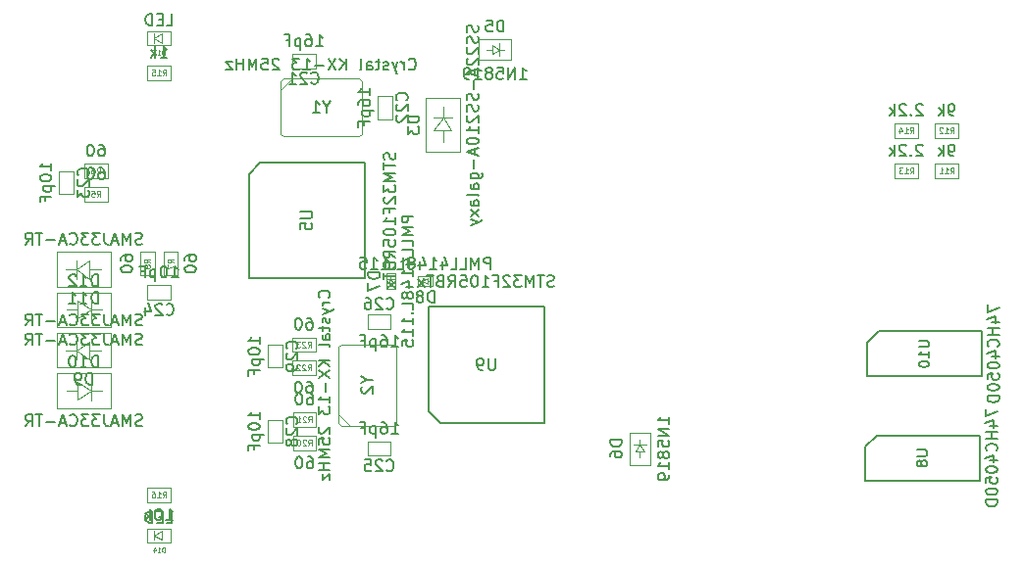
<source format=gbr>
%TF.GenerationSoftware,KiCad,Pcbnew,4.0.7-e2-6376~58~ubuntu16.04.1*%
%TF.CreationDate,2017-12-06T17:26:10+02:00*%
%TF.ProjectId,instrument_cluster,696E737472756D656E745F636C757374,rev?*%
%TF.FileFunction,Other,Fab,Bot*%
%FSLAX46Y46*%
G04 Gerber Fmt 4.6, Leading zero omitted, Abs format (unit mm)*
G04 Created by KiCad (PCBNEW 4.0.7-e2-6376~58~ubuntu16.04.1) date Wed Dec  6 17:26:10 2017*
%MOMM*%
%LPD*%
G01*
G04 APERTURE LIST*
%ADD10C,0.100000*%
%ADD11C,0.150000*%
%ADD12C,0.075000*%
%ADD13C,0.135000*%
G04 APERTURE END LIST*
D10*
X138000000Y-87880000D02*
X138000000Y-89120000D01*
X140000000Y-87880000D02*
X138000000Y-87880000D01*
X140000000Y-89120000D02*
X140000000Y-87880000D01*
X138000000Y-89120000D02*
X140000000Y-89120000D01*
X145380000Y-93500000D02*
X146620000Y-93500000D01*
X145380000Y-91500000D02*
X145380000Y-93500000D01*
X146620000Y-91500000D02*
X145380000Y-91500000D01*
X146620000Y-93500000D02*
X146620000Y-91500000D01*
X117880000Y-100000000D02*
X119120000Y-100000000D01*
X117880000Y-98000000D02*
X117880000Y-100000000D01*
X119120000Y-98000000D02*
X117880000Y-98000000D01*
X119120000Y-100000000D02*
X119120000Y-98000000D01*
X125500000Y-107880000D02*
X125500000Y-109120000D01*
X127500000Y-107880000D02*
X125500000Y-107880000D01*
X127500000Y-109120000D02*
X127500000Y-107880000D01*
X125500000Y-109120000D02*
X127500000Y-109120000D01*
X144500000Y-121380000D02*
X144500000Y-122620000D01*
X146500000Y-121380000D02*
X144500000Y-121380000D01*
X146500000Y-122620000D02*
X146500000Y-121380000D01*
X144500000Y-122620000D02*
X146500000Y-122620000D01*
X146500000Y-111620000D02*
X146500000Y-110380000D01*
X144500000Y-111620000D02*
X146500000Y-111620000D01*
X144500000Y-110380000D02*
X144500000Y-111620000D01*
X146500000Y-110380000D02*
X144500000Y-110380000D01*
X135880000Y-121500000D02*
X137120000Y-121500000D01*
X135880000Y-119500000D02*
X135880000Y-121500000D01*
X137120000Y-119500000D02*
X135880000Y-119500000D01*
X137120000Y-121500000D02*
X137120000Y-119500000D01*
X135880000Y-115000000D02*
X137120000Y-115000000D01*
X135880000Y-113000000D02*
X135880000Y-115000000D01*
X137120000Y-113000000D02*
X135880000Y-113000000D01*
X137120000Y-115000000D02*
X137120000Y-113000000D01*
X152500000Y-96300000D02*
X152500000Y-91700000D01*
X152500000Y-91700000D02*
X149500000Y-91700000D01*
X149500000Y-96300000D02*
X152500000Y-96300000D01*
X149500000Y-96300000D02*
X149500000Y-91700000D01*
X151001020Y-93350560D02*
X151001020Y-92448860D01*
X151001020Y-94501180D02*
X151001020Y-95499400D01*
X150200920Y-93350560D02*
X151801120Y-93350560D01*
X151750320Y-94501180D02*
X150200920Y-94501180D01*
X151001020Y-93350560D02*
X151750320Y-94501180D01*
X151001020Y-93350560D02*
X150200920Y-94501180D01*
X155250000Y-87500000D02*
X154750000Y-87500000D01*
X155250000Y-87900000D02*
X155850000Y-87500000D01*
X155250000Y-87100000D02*
X155250000Y-87900000D01*
X155850000Y-87500000D02*
X155250000Y-87100000D01*
X155850000Y-87500000D02*
X155850000Y-88050000D01*
X155850000Y-87500000D02*
X155850000Y-86950000D01*
X156250000Y-87500000D02*
X155850000Y-87500000D01*
X156900000Y-88400000D02*
X156900000Y-86600000D01*
X154100000Y-88400000D02*
X156900000Y-88400000D01*
X154100000Y-86600000D02*
X154100000Y-88400000D01*
X156900000Y-86600000D02*
X154100000Y-86600000D01*
X168000000Y-122250000D02*
X168000000Y-122750000D01*
X168400000Y-122250000D02*
X168000000Y-121650000D01*
X167600000Y-122250000D02*
X168400000Y-122250000D01*
X168000000Y-121650000D02*
X167600000Y-122250000D01*
X168000000Y-121650000D02*
X168550000Y-121650000D01*
X168000000Y-121650000D02*
X167450000Y-121650000D01*
X168000000Y-121250000D02*
X168000000Y-121650000D01*
X168900000Y-120600000D02*
X167100000Y-120600000D01*
X168900000Y-123400000D02*
X168900000Y-120600000D01*
X167100000Y-123400000D02*
X168900000Y-123400000D01*
X167100000Y-120600000D02*
X167100000Y-123400000D01*
X146900000Y-106850000D02*
X146100000Y-106850000D01*
X146900000Y-108150000D02*
X146900000Y-106850000D01*
X146100000Y-108150000D02*
X146900000Y-108150000D01*
X146100000Y-106850000D02*
X146100000Y-108150000D01*
X146500000Y-107300000D02*
X146275000Y-107700000D01*
X146500000Y-107300000D02*
X146500000Y-107025000D01*
X146725000Y-107700000D02*
X146500000Y-107300000D01*
X146275000Y-107700000D02*
X146725000Y-107700000D01*
X146225000Y-107300000D02*
X146775000Y-107300000D01*
X146500000Y-107700000D02*
X146500000Y-107950000D01*
X148850000Y-107100000D02*
X148850000Y-107900000D01*
X150150000Y-107100000D02*
X148850000Y-107100000D01*
X150150000Y-107900000D02*
X150150000Y-107100000D01*
X148850000Y-107900000D02*
X150150000Y-107900000D01*
X149300000Y-107500000D02*
X149700000Y-107725000D01*
X149300000Y-107500000D02*
X149025000Y-107500000D01*
X149700000Y-107275000D02*
X149300000Y-107500000D01*
X149700000Y-107725000D02*
X149700000Y-107275000D01*
X149300000Y-107775000D02*
X149300000Y-107225000D01*
X149700000Y-107500000D02*
X149950000Y-107500000D01*
X120050000Y-99380000D02*
X120050000Y-100620000D01*
X122050000Y-99380000D02*
X120050000Y-99380000D01*
X122050000Y-100620000D02*
X122050000Y-99380000D01*
X120050000Y-100620000D02*
X122050000Y-100620000D01*
X120050000Y-97380000D02*
X120050000Y-98620000D01*
X122050000Y-97380000D02*
X120050000Y-97380000D01*
X122050000Y-98620000D02*
X122050000Y-97380000D01*
X120050000Y-98620000D02*
X122050000Y-98620000D01*
X128120000Y-105000000D02*
X126880000Y-105000000D01*
X128120000Y-107000000D02*
X128120000Y-105000000D01*
X126880000Y-107000000D02*
X128120000Y-107000000D01*
X126880000Y-105000000D02*
X126880000Y-107000000D01*
X124880000Y-107000000D02*
X126120000Y-107000000D01*
X124880000Y-105000000D02*
X124880000Y-107000000D01*
X126120000Y-105000000D02*
X124880000Y-105000000D01*
X126120000Y-107000000D02*
X126120000Y-105000000D01*
X193500000Y-97380000D02*
X193500000Y-98620000D01*
X195500000Y-97380000D02*
X193500000Y-97380000D01*
X195500000Y-98620000D02*
X195500000Y-97380000D01*
X193500000Y-98620000D02*
X195500000Y-98620000D01*
X193500000Y-93880000D02*
X193500000Y-95120000D01*
X195500000Y-93880000D02*
X193500000Y-93880000D01*
X195500000Y-95120000D02*
X195500000Y-93880000D01*
X193500000Y-95120000D02*
X195500000Y-95120000D01*
X190000000Y-97380000D02*
X190000000Y-98620000D01*
X192000000Y-97380000D02*
X190000000Y-97380000D01*
X192000000Y-98620000D02*
X192000000Y-97380000D01*
X190000000Y-98620000D02*
X192000000Y-98620000D01*
X190000000Y-93880000D02*
X190000000Y-95120000D01*
X192000000Y-93880000D02*
X190000000Y-93880000D01*
X192000000Y-95120000D02*
X192000000Y-93880000D01*
X190000000Y-95120000D02*
X192000000Y-95120000D01*
X140050000Y-122120000D02*
X140050000Y-120880000D01*
X138050000Y-122120000D02*
X140050000Y-122120000D01*
X138050000Y-120880000D02*
X138050000Y-122120000D01*
X140050000Y-120880000D02*
X138050000Y-120880000D01*
X138050000Y-118880000D02*
X138050000Y-120120000D01*
X140050000Y-118880000D02*
X138050000Y-118880000D01*
X140050000Y-120120000D02*
X140050000Y-118880000D01*
X138050000Y-120120000D02*
X140050000Y-120120000D01*
X140000000Y-115620000D02*
X140000000Y-114380000D01*
X138000000Y-115620000D02*
X140000000Y-115620000D01*
X138000000Y-114380000D02*
X138000000Y-115620000D01*
X140000000Y-114380000D02*
X138000000Y-114380000D01*
X138000000Y-112380000D02*
X138000000Y-113620000D01*
X140000000Y-112380000D02*
X138000000Y-112380000D01*
X140000000Y-113620000D02*
X140000000Y-112380000D01*
X138000000Y-113620000D02*
X140000000Y-113620000D01*
D11*
X187455000Y-121850000D02*
X187455000Y-124750000D01*
X187455000Y-124750000D02*
X197355000Y-124750000D01*
X197355000Y-124750000D02*
X197355000Y-120850000D01*
X197355000Y-120850000D02*
X188455000Y-120850000D01*
X188455000Y-120850000D02*
X187455000Y-121850000D01*
X187605000Y-112850000D02*
X187605000Y-115750000D01*
X187605000Y-115750000D02*
X197505000Y-115750000D01*
X197505000Y-115750000D02*
X197505000Y-111850000D01*
X197505000Y-111850000D02*
X188605000Y-111850000D01*
X188605000Y-111850000D02*
X187605000Y-112850000D01*
D10*
X137200000Y-95000000D02*
X143800000Y-95000000D01*
X143800000Y-95000000D02*
X144000000Y-94800000D01*
X144000000Y-94800000D02*
X144000000Y-90200000D01*
X144000000Y-90200000D02*
X143800000Y-90000000D01*
X143800000Y-90000000D02*
X137200000Y-90000000D01*
X137200000Y-90000000D02*
X137000000Y-90200000D01*
X137000000Y-90200000D02*
X137000000Y-94800000D01*
X137000000Y-94800000D02*
X137200000Y-95000000D01*
X137000000Y-91000000D02*
X138000000Y-90000000D01*
X147000000Y-119800000D02*
X147000000Y-113200000D01*
X147000000Y-113200000D02*
X146800000Y-113000000D01*
X146800000Y-113000000D02*
X142200000Y-113000000D01*
X142200000Y-113000000D02*
X142000000Y-113200000D01*
X142000000Y-113200000D02*
X142000000Y-119800000D01*
X142000000Y-119800000D02*
X142200000Y-120000000D01*
X142200000Y-120000000D02*
X146800000Y-120000000D01*
X146800000Y-120000000D02*
X147000000Y-119800000D01*
X143000000Y-120000000D02*
X142000000Y-119000000D01*
D11*
X134250000Y-98250000D02*
X134250000Y-107250000D01*
X134250000Y-107250000D02*
X144250000Y-107250000D01*
X144250000Y-107250000D02*
X144250000Y-97250000D01*
X144250000Y-97250000D02*
X135250000Y-97250000D01*
X135250000Y-97250000D02*
X134250000Y-98250000D01*
X150750000Y-119750000D02*
X159750000Y-119750000D01*
X159750000Y-119750000D02*
X159750000Y-109750000D01*
X159750000Y-109750000D02*
X149750000Y-109750000D01*
X149750000Y-109750000D02*
X149750000Y-118750000D01*
X149750000Y-118750000D02*
X150750000Y-119750000D01*
D10*
X122300000Y-112000000D02*
X117700000Y-112000000D01*
X117700000Y-112000000D02*
X117700000Y-115000000D01*
X122300000Y-115000000D02*
X122300000Y-112000000D01*
X122300000Y-115000000D02*
X117700000Y-115000000D01*
X119350560Y-113498980D02*
X118448860Y-113498980D01*
X120501180Y-113498980D02*
X121499400Y-113498980D01*
X119350560Y-114299080D02*
X119350560Y-112698880D01*
X120501180Y-112749680D02*
X120501180Y-114299080D01*
X119350560Y-113498980D02*
X120501180Y-112749680D01*
X119350560Y-113498980D02*
X120501180Y-114299080D01*
X117700000Y-118500000D02*
X122300000Y-118500000D01*
X122300000Y-118500000D02*
X122300000Y-115500000D01*
X117700000Y-115500000D02*
X117700000Y-118500000D01*
X117700000Y-115500000D02*
X122300000Y-115500000D01*
X120649440Y-117001020D02*
X121551140Y-117001020D01*
X119498820Y-117001020D02*
X118500600Y-117001020D01*
X120649440Y-116200920D02*
X120649440Y-117801120D01*
X119498820Y-117750320D02*
X119498820Y-116200920D01*
X120649440Y-117001020D02*
X119498820Y-117750320D01*
X120649440Y-117001020D02*
X119498820Y-116200920D01*
X122300000Y-105000000D02*
X117700000Y-105000000D01*
X117700000Y-105000000D02*
X117700000Y-108000000D01*
X122300000Y-108000000D02*
X122300000Y-105000000D01*
X122300000Y-108000000D02*
X117700000Y-108000000D01*
X119350560Y-106498980D02*
X118448860Y-106498980D01*
X120501180Y-106498980D02*
X121499400Y-106498980D01*
X119350560Y-107299080D02*
X119350560Y-105698880D01*
X120501180Y-105749680D02*
X120501180Y-107299080D01*
X119350560Y-106498980D02*
X120501180Y-105749680D01*
X119350560Y-106498980D02*
X120501180Y-107299080D01*
X117700000Y-111500000D02*
X122300000Y-111500000D01*
X122300000Y-111500000D02*
X122300000Y-108500000D01*
X117700000Y-108500000D02*
X117700000Y-111500000D01*
X117700000Y-108500000D02*
X122300000Y-108500000D01*
X120649440Y-110001020D02*
X121551140Y-110001020D01*
X119498820Y-110001020D02*
X118500600Y-110001020D01*
X120649440Y-109200920D02*
X120649440Y-110801120D01*
X119498820Y-110750320D02*
X119498820Y-109200920D01*
X120649440Y-110001020D02*
X119498820Y-110750320D01*
X120649440Y-110001020D02*
X119498820Y-109200920D01*
X126100000Y-86900000D02*
X126100000Y-86100000D01*
X126100000Y-86500000D02*
X126700000Y-86900000D01*
X126700000Y-86100000D02*
X126100000Y-86500000D01*
X126700000Y-86900000D02*
X126700000Y-86100000D01*
X127500000Y-85900000D02*
X125500000Y-85900000D01*
X127500000Y-87100000D02*
X127500000Y-85900000D01*
X125500000Y-87100000D02*
X127500000Y-87100000D01*
X125500000Y-85900000D02*
X125500000Y-87100000D01*
X126100000Y-129900000D02*
X126100000Y-129100000D01*
X126100000Y-129500000D02*
X126700000Y-129900000D01*
X126700000Y-129100000D02*
X126100000Y-129500000D01*
X126700000Y-129900000D02*
X126700000Y-129100000D01*
X127500000Y-128900000D02*
X125500000Y-128900000D01*
X127500000Y-130100000D02*
X127500000Y-128900000D01*
X125500000Y-130100000D02*
X127500000Y-130100000D01*
X125500000Y-128900000D02*
X125500000Y-130100000D01*
X125500000Y-88880000D02*
X125500000Y-90120000D01*
X127500000Y-88880000D02*
X125500000Y-88880000D01*
X127500000Y-90120000D02*
X127500000Y-88880000D01*
X125500000Y-90120000D02*
X127500000Y-90120000D01*
X127500000Y-126620000D02*
X127500000Y-125380000D01*
X125500000Y-126620000D02*
X127500000Y-126620000D01*
X125500000Y-125380000D02*
X125500000Y-126620000D01*
X127500000Y-125380000D02*
X125500000Y-125380000D01*
D11*
X140071428Y-87202381D02*
X140642857Y-87202381D01*
X140357143Y-87202381D02*
X140357143Y-86202381D01*
X140452381Y-86345238D01*
X140547619Y-86440476D01*
X140642857Y-86488095D01*
X139214285Y-86202381D02*
X139404762Y-86202381D01*
X139500000Y-86250000D01*
X139547619Y-86297619D01*
X139642857Y-86440476D01*
X139690476Y-86630952D01*
X139690476Y-87011905D01*
X139642857Y-87107143D01*
X139595238Y-87154762D01*
X139500000Y-87202381D01*
X139309523Y-87202381D01*
X139214285Y-87154762D01*
X139166666Y-87107143D01*
X139119047Y-87011905D01*
X139119047Y-86773810D01*
X139166666Y-86678571D01*
X139214285Y-86630952D01*
X139309523Y-86583333D01*
X139500000Y-86583333D01*
X139595238Y-86630952D01*
X139642857Y-86678571D01*
X139690476Y-86773810D01*
X138690476Y-86535714D02*
X138690476Y-87535714D01*
X138690476Y-86583333D02*
X138595238Y-86535714D01*
X138404761Y-86535714D01*
X138309523Y-86583333D01*
X138261904Y-86630952D01*
X138214285Y-86726190D01*
X138214285Y-87011905D01*
X138261904Y-87107143D01*
X138309523Y-87154762D01*
X138404761Y-87202381D01*
X138595238Y-87202381D01*
X138690476Y-87154762D01*
X137452380Y-86678571D02*
X137785714Y-86678571D01*
X137785714Y-87202381D02*
X137785714Y-86202381D01*
X137309523Y-86202381D01*
X139642857Y-90357143D02*
X139690476Y-90404762D01*
X139833333Y-90452381D01*
X139928571Y-90452381D01*
X140071429Y-90404762D01*
X140166667Y-90309524D01*
X140214286Y-90214286D01*
X140261905Y-90023810D01*
X140261905Y-89880952D01*
X140214286Y-89690476D01*
X140166667Y-89595238D01*
X140071429Y-89500000D01*
X139928571Y-89452381D01*
X139833333Y-89452381D01*
X139690476Y-89500000D01*
X139642857Y-89547619D01*
X139261905Y-89547619D02*
X139214286Y-89500000D01*
X139119048Y-89452381D01*
X138880952Y-89452381D01*
X138785714Y-89500000D01*
X138738095Y-89547619D01*
X138690476Y-89642857D01*
X138690476Y-89738095D01*
X138738095Y-89880952D01*
X139309524Y-90452381D01*
X138690476Y-90452381D01*
X137738095Y-90452381D02*
X138309524Y-90452381D01*
X138023810Y-90452381D02*
X138023810Y-89452381D01*
X138119048Y-89595238D01*
X138214286Y-89690476D01*
X138309524Y-89738095D01*
X144702381Y-91428572D02*
X144702381Y-90857143D01*
X144702381Y-91142857D02*
X143702381Y-91142857D01*
X143845238Y-91047619D01*
X143940476Y-90952381D01*
X143988095Y-90857143D01*
X143702381Y-92285715D02*
X143702381Y-92095238D01*
X143750000Y-92000000D01*
X143797619Y-91952381D01*
X143940476Y-91857143D01*
X144130952Y-91809524D01*
X144511905Y-91809524D01*
X144607143Y-91857143D01*
X144654762Y-91904762D01*
X144702381Y-92000000D01*
X144702381Y-92190477D01*
X144654762Y-92285715D01*
X144607143Y-92333334D01*
X144511905Y-92380953D01*
X144273810Y-92380953D01*
X144178571Y-92333334D01*
X144130952Y-92285715D01*
X144083333Y-92190477D01*
X144083333Y-92000000D01*
X144130952Y-91904762D01*
X144178571Y-91857143D01*
X144273810Y-91809524D01*
X144035714Y-92809524D02*
X145035714Y-92809524D01*
X144083333Y-92809524D02*
X144035714Y-92904762D01*
X144035714Y-93095239D01*
X144083333Y-93190477D01*
X144130952Y-93238096D01*
X144226190Y-93285715D01*
X144511905Y-93285715D01*
X144607143Y-93238096D01*
X144654762Y-93190477D01*
X144702381Y-93095239D01*
X144702381Y-92904762D01*
X144654762Y-92809524D01*
X144178571Y-94047620D02*
X144178571Y-93714286D01*
X144702381Y-93714286D02*
X143702381Y-93714286D01*
X143702381Y-94190477D01*
X147857143Y-91857143D02*
X147904762Y-91809524D01*
X147952381Y-91666667D01*
X147952381Y-91571429D01*
X147904762Y-91428571D01*
X147809524Y-91333333D01*
X147714286Y-91285714D01*
X147523810Y-91238095D01*
X147380952Y-91238095D01*
X147190476Y-91285714D01*
X147095238Y-91333333D01*
X147000000Y-91428571D01*
X146952381Y-91571429D01*
X146952381Y-91666667D01*
X147000000Y-91809524D01*
X147047619Y-91857143D01*
X147047619Y-92238095D02*
X147000000Y-92285714D01*
X146952381Y-92380952D01*
X146952381Y-92619048D01*
X147000000Y-92714286D01*
X147047619Y-92761905D01*
X147142857Y-92809524D01*
X147238095Y-92809524D01*
X147380952Y-92761905D01*
X147952381Y-92190476D01*
X147952381Y-92809524D01*
X147047619Y-93190476D02*
X147000000Y-93238095D01*
X146952381Y-93333333D01*
X146952381Y-93571429D01*
X147000000Y-93666667D01*
X147047619Y-93714286D01*
X147142857Y-93761905D01*
X147238095Y-93761905D01*
X147380952Y-93714286D01*
X147952381Y-93142857D01*
X147952381Y-93761905D01*
X117202381Y-97928572D02*
X117202381Y-97357143D01*
X117202381Y-97642857D02*
X116202381Y-97642857D01*
X116345238Y-97547619D01*
X116440476Y-97452381D01*
X116488095Y-97357143D01*
X116202381Y-98547619D02*
X116202381Y-98642858D01*
X116250000Y-98738096D01*
X116297619Y-98785715D01*
X116392857Y-98833334D01*
X116583333Y-98880953D01*
X116821429Y-98880953D01*
X117011905Y-98833334D01*
X117107143Y-98785715D01*
X117154762Y-98738096D01*
X117202381Y-98642858D01*
X117202381Y-98547619D01*
X117154762Y-98452381D01*
X117107143Y-98404762D01*
X117011905Y-98357143D01*
X116821429Y-98309524D01*
X116583333Y-98309524D01*
X116392857Y-98357143D01*
X116297619Y-98404762D01*
X116250000Y-98452381D01*
X116202381Y-98547619D01*
X116535714Y-99309524D02*
X117535714Y-99309524D01*
X116583333Y-99309524D02*
X116535714Y-99404762D01*
X116535714Y-99595239D01*
X116583333Y-99690477D01*
X116630952Y-99738096D01*
X116726190Y-99785715D01*
X117011905Y-99785715D01*
X117107143Y-99738096D01*
X117154762Y-99690477D01*
X117202381Y-99595239D01*
X117202381Y-99404762D01*
X117154762Y-99309524D01*
X116678571Y-100547620D02*
X116678571Y-100214286D01*
X117202381Y-100214286D02*
X116202381Y-100214286D01*
X116202381Y-100690477D01*
X120357143Y-98357143D02*
X120404762Y-98309524D01*
X120452381Y-98166667D01*
X120452381Y-98071429D01*
X120404762Y-97928571D01*
X120309524Y-97833333D01*
X120214286Y-97785714D01*
X120023810Y-97738095D01*
X119880952Y-97738095D01*
X119690476Y-97785714D01*
X119595238Y-97833333D01*
X119500000Y-97928571D01*
X119452381Y-98071429D01*
X119452381Y-98166667D01*
X119500000Y-98309524D01*
X119547619Y-98357143D01*
X119547619Y-98738095D02*
X119500000Y-98785714D01*
X119452381Y-98880952D01*
X119452381Y-99119048D01*
X119500000Y-99214286D01*
X119547619Y-99261905D01*
X119642857Y-99309524D01*
X119738095Y-99309524D01*
X119880952Y-99261905D01*
X120452381Y-98690476D01*
X120452381Y-99309524D01*
X119452381Y-99642857D02*
X119452381Y-100261905D01*
X119833333Y-99928571D01*
X119833333Y-100071429D01*
X119880952Y-100166667D01*
X119928571Y-100214286D01*
X120023810Y-100261905D01*
X120261905Y-100261905D01*
X120357143Y-100214286D01*
X120404762Y-100166667D01*
X120452381Y-100071429D01*
X120452381Y-99785714D01*
X120404762Y-99690476D01*
X120357143Y-99642857D01*
X127571428Y-107202381D02*
X128142857Y-107202381D01*
X127857143Y-107202381D02*
X127857143Y-106202381D01*
X127952381Y-106345238D01*
X128047619Y-106440476D01*
X128142857Y-106488095D01*
X126952381Y-106202381D02*
X126857142Y-106202381D01*
X126761904Y-106250000D01*
X126714285Y-106297619D01*
X126666666Y-106392857D01*
X126619047Y-106583333D01*
X126619047Y-106821429D01*
X126666666Y-107011905D01*
X126714285Y-107107143D01*
X126761904Y-107154762D01*
X126857142Y-107202381D01*
X126952381Y-107202381D01*
X127047619Y-107154762D01*
X127095238Y-107107143D01*
X127142857Y-107011905D01*
X127190476Y-106821429D01*
X127190476Y-106583333D01*
X127142857Y-106392857D01*
X127095238Y-106297619D01*
X127047619Y-106250000D01*
X126952381Y-106202381D01*
X126190476Y-106535714D02*
X126190476Y-107535714D01*
X126190476Y-106583333D02*
X126095238Y-106535714D01*
X125904761Y-106535714D01*
X125809523Y-106583333D01*
X125761904Y-106630952D01*
X125714285Y-106726190D01*
X125714285Y-107011905D01*
X125761904Y-107107143D01*
X125809523Y-107154762D01*
X125904761Y-107202381D01*
X126095238Y-107202381D01*
X126190476Y-107154762D01*
X124952380Y-106678571D02*
X125285714Y-106678571D01*
X125285714Y-107202381D02*
X125285714Y-106202381D01*
X124809523Y-106202381D01*
X127142857Y-110357143D02*
X127190476Y-110404762D01*
X127333333Y-110452381D01*
X127428571Y-110452381D01*
X127571429Y-110404762D01*
X127666667Y-110309524D01*
X127714286Y-110214286D01*
X127761905Y-110023810D01*
X127761905Y-109880952D01*
X127714286Y-109690476D01*
X127666667Y-109595238D01*
X127571429Y-109500000D01*
X127428571Y-109452381D01*
X127333333Y-109452381D01*
X127190476Y-109500000D01*
X127142857Y-109547619D01*
X126761905Y-109547619D02*
X126714286Y-109500000D01*
X126619048Y-109452381D01*
X126380952Y-109452381D01*
X126285714Y-109500000D01*
X126238095Y-109547619D01*
X126190476Y-109642857D01*
X126190476Y-109738095D01*
X126238095Y-109880952D01*
X126809524Y-110452381D01*
X126190476Y-110452381D01*
X125333333Y-109785714D02*
X125333333Y-110452381D01*
X125571429Y-109404762D02*
X125809524Y-110119048D01*
X125190476Y-110119048D01*
X146571428Y-120702381D02*
X147142857Y-120702381D01*
X146857143Y-120702381D02*
X146857143Y-119702381D01*
X146952381Y-119845238D01*
X147047619Y-119940476D01*
X147142857Y-119988095D01*
X145714285Y-119702381D02*
X145904762Y-119702381D01*
X146000000Y-119750000D01*
X146047619Y-119797619D01*
X146142857Y-119940476D01*
X146190476Y-120130952D01*
X146190476Y-120511905D01*
X146142857Y-120607143D01*
X146095238Y-120654762D01*
X146000000Y-120702381D01*
X145809523Y-120702381D01*
X145714285Y-120654762D01*
X145666666Y-120607143D01*
X145619047Y-120511905D01*
X145619047Y-120273810D01*
X145666666Y-120178571D01*
X145714285Y-120130952D01*
X145809523Y-120083333D01*
X146000000Y-120083333D01*
X146095238Y-120130952D01*
X146142857Y-120178571D01*
X146190476Y-120273810D01*
X145190476Y-120035714D02*
X145190476Y-121035714D01*
X145190476Y-120083333D02*
X145095238Y-120035714D01*
X144904761Y-120035714D01*
X144809523Y-120083333D01*
X144761904Y-120130952D01*
X144714285Y-120226190D01*
X144714285Y-120511905D01*
X144761904Y-120607143D01*
X144809523Y-120654762D01*
X144904761Y-120702381D01*
X145095238Y-120702381D01*
X145190476Y-120654762D01*
X143952380Y-120178571D02*
X144285714Y-120178571D01*
X144285714Y-120702381D02*
X144285714Y-119702381D01*
X143809523Y-119702381D01*
X146142857Y-123857143D02*
X146190476Y-123904762D01*
X146333333Y-123952381D01*
X146428571Y-123952381D01*
X146571429Y-123904762D01*
X146666667Y-123809524D01*
X146714286Y-123714286D01*
X146761905Y-123523810D01*
X146761905Y-123380952D01*
X146714286Y-123190476D01*
X146666667Y-123095238D01*
X146571429Y-123000000D01*
X146428571Y-122952381D01*
X146333333Y-122952381D01*
X146190476Y-123000000D01*
X146142857Y-123047619D01*
X145761905Y-123047619D02*
X145714286Y-123000000D01*
X145619048Y-122952381D01*
X145380952Y-122952381D01*
X145285714Y-123000000D01*
X145238095Y-123047619D01*
X145190476Y-123142857D01*
X145190476Y-123238095D01*
X145238095Y-123380952D01*
X145809524Y-123952381D01*
X145190476Y-123952381D01*
X144285714Y-122952381D02*
X144761905Y-122952381D01*
X144809524Y-123428571D01*
X144761905Y-123380952D01*
X144666667Y-123333333D01*
X144428571Y-123333333D01*
X144333333Y-123380952D01*
X144285714Y-123428571D01*
X144238095Y-123523810D01*
X144238095Y-123761905D01*
X144285714Y-123857143D01*
X144333333Y-123904762D01*
X144428571Y-123952381D01*
X144666667Y-123952381D01*
X144761905Y-123904762D01*
X144809524Y-123857143D01*
X146571428Y-113202381D02*
X147142857Y-113202381D01*
X146857143Y-113202381D02*
X146857143Y-112202381D01*
X146952381Y-112345238D01*
X147047619Y-112440476D01*
X147142857Y-112488095D01*
X145714285Y-112202381D02*
X145904762Y-112202381D01*
X146000000Y-112250000D01*
X146047619Y-112297619D01*
X146142857Y-112440476D01*
X146190476Y-112630952D01*
X146190476Y-113011905D01*
X146142857Y-113107143D01*
X146095238Y-113154762D01*
X146000000Y-113202381D01*
X145809523Y-113202381D01*
X145714285Y-113154762D01*
X145666666Y-113107143D01*
X145619047Y-113011905D01*
X145619047Y-112773810D01*
X145666666Y-112678571D01*
X145714285Y-112630952D01*
X145809523Y-112583333D01*
X146000000Y-112583333D01*
X146095238Y-112630952D01*
X146142857Y-112678571D01*
X146190476Y-112773810D01*
X145190476Y-112535714D02*
X145190476Y-113535714D01*
X145190476Y-112583333D02*
X145095238Y-112535714D01*
X144904761Y-112535714D01*
X144809523Y-112583333D01*
X144761904Y-112630952D01*
X144714285Y-112726190D01*
X144714285Y-113011905D01*
X144761904Y-113107143D01*
X144809523Y-113154762D01*
X144904761Y-113202381D01*
X145095238Y-113202381D01*
X145190476Y-113154762D01*
X143952380Y-112678571D02*
X144285714Y-112678571D01*
X144285714Y-113202381D02*
X144285714Y-112202381D01*
X143809523Y-112202381D01*
X146142857Y-109857143D02*
X146190476Y-109904762D01*
X146333333Y-109952381D01*
X146428571Y-109952381D01*
X146571429Y-109904762D01*
X146666667Y-109809524D01*
X146714286Y-109714286D01*
X146761905Y-109523810D01*
X146761905Y-109380952D01*
X146714286Y-109190476D01*
X146666667Y-109095238D01*
X146571429Y-109000000D01*
X146428571Y-108952381D01*
X146333333Y-108952381D01*
X146190476Y-109000000D01*
X146142857Y-109047619D01*
X145761905Y-109047619D02*
X145714286Y-109000000D01*
X145619048Y-108952381D01*
X145380952Y-108952381D01*
X145285714Y-109000000D01*
X145238095Y-109047619D01*
X145190476Y-109142857D01*
X145190476Y-109238095D01*
X145238095Y-109380952D01*
X145809524Y-109952381D01*
X145190476Y-109952381D01*
X144333333Y-108952381D02*
X144523810Y-108952381D01*
X144619048Y-109000000D01*
X144666667Y-109047619D01*
X144761905Y-109190476D01*
X144809524Y-109380952D01*
X144809524Y-109761905D01*
X144761905Y-109857143D01*
X144714286Y-109904762D01*
X144619048Y-109952381D01*
X144428571Y-109952381D01*
X144333333Y-109904762D01*
X144285714Y-109857143D01*
X144238095Y-109761905D01*
X144238095Y-109523810D01*
X144285714Y-109428571D01*
X144333333Y-109380952D01*
X144428571Y-109333333D01*
X144619048Y-109333333D01*
X144714286Y-109380952D01*
X144761905Y-109428571D01*
X144809524Y-109523810D01*
X135202381Y-119428572D02*
X135202381Y-118857143D01*
X135202381Y-119142857D02*
X134202381Y-119142857D01*
X134345238Y-119047619D01*
X134440476Y-118952381D01*
X134488095Y-118857143D01*
X134202381Y-120047619D02*
X134202381Y-120142858D01*
X134250000Y-120238096D01*
X134297619Y-120285715D01*
X134392857Y-120333334D01*
X134583333Y-120380953D01*
X134821429Y-120380953D01*
X135011905Y-120333334D01*
X135107143Y-120285715D01*
X135154762Y-120238096D01*
X135202381Y-120142858D01*
X135202381Y-120047619D01*
X135154762Y-119952381D01*
X135107143Y-119904762D01*
X135011905Y-119857143D01*
X134821429Y-119809524D01*
X134583333Y-119809524D01*
X134392857Y-119857143D01*
X134297619Y-119904762D01*
X134250000Y-119952381D01*
X134202381Y-120047619D01*
X134535714Y-120809524D02*
X135535714Y-120809524D01*
X134583333Y-120809524D02*
X134535714Y-120904762D01*
X134535714Y-121095239D01*
X134583333Y-121190477D01*
X134630952Y-121238096D01*
X134726190Y-121285715D01*
X135011905Y-121285715D01*
X135107143Y-121238096D01*
X135154762Y-121190477D01*
X135202381Y-121095239D01*
X135202381Y-120904762D01*
X135154762Y-120809524D01*
X134678571Y-122047620D02*
X134678571Y-121714286D01*
X135202381Y-121714286D02*
X134202381Y-121714286D01*
X134202381Y-122190477D01*
X138357143Y-119857143D02*
X138404762Y-119809524D01*
X138452381Y-119666667D01*
X138452381Y-119571429D01*
X138404762Y-119428571D01*
X138309524Y-119333333D01*
X138214286Y-119285714D01*
X138023810Y-119238095D01*
X137880952Y-119238095D01*
X137690476Y-119285714D01*
X137595238Y-119333333D01*
X137500000Y-119428571D01*
X137452381Y-119571429D01*
X137452381Y-119666667D01*
X137500000Y-119809524D01*
X137547619Y-119857143D01*
X137547619Y-120238095D02*
X137500000Y-120285714D01*
X137452381Y-120380952D01*
X137452381Y-120619048D01*
X137500000Y-120714286D01*
X137547619Y-120761905D01*
X137642857Y-120809524D01*
X137738095Y-120809524D01*
X137880952Y-120761905D01*
X138452381Y-120190476D01*
X138452381Y-120809524D01*
X137880952Y-121380952D02*
X137833333Y-121285714D01*
X137785714Y-121238095D01*
X137690476Y-121190476D01*
X137642857Y-121190476D01*
X137547619Y-121238095D01*
X137500000Y-121285714D01*
X137452381Y-121380952D01*
X137452381Y-121571429D01*
X137500000Y-121666667D01*
X137547619Y-121714286D01*
X137642857Y-121761905D01*
X137690476Y-121761905D01*
X137785714Y-121714286D01*
X137833333Y-121666667D01*
X137880952Y-121571429D01*
X137880952Y-121380952D01*
X137928571Y-121285714D01*
X137976190Y-121238095D01*
X138071429Y-121190476D01*
X138261905Y-121190476D01*
X138357143Y-121238095D01*
X138404762Y-121285714D01*
X138452381Y-121380952D01*
X138452381Y-121571429D01*
X138404762Y-121666667D01*
X138357143Y-121714286D01*
X138261905Y-121761905D01*
X138071429Y-121761905D01*
X137976190Y-121714286D01*
X137928571Y-121666667D01*
X137880952Y-121571429D01*
X135202381Y-112928572D02*
X135202381Y-112357143D01*
X135202381Y-112642857D02*
X134202381Y-112642857D01*
X134345238Y-112547619D01*
X134440476Y-112452381D01*
X134488095Y-112357143D01*
X134202381Y-113547619D02*
X134202381Y-113642858D01*
X134250000Y-113738096D01*
X134297619Y-113785715D01*
X134392857Y-113833334D01*
X134583333Y-113880953D01*
X134821429Y-113880953D01*
X135011905Y-113833334D01*
X135107143Y-113785715D01*
X135154762Y-113738096D01*
X135202381Y-113642858D01*
X135202381Y-113547619D01*
X135154762Y-113452381D01*
X135107143Y-113404762D01*
X135011905Y-113357143D01*
X134821429Y-113309524D01*
X134583333Y-113309524D01*
X134392857Y-113357143D01*
X134297619Y-113404762D01*
X134250000Y-113452381D01*
X134202381Y-113547619D01*
X134535714Y-114309524D02*
X135535714Y-114309524D01*
X134583333Y-114309524D02*
X134535714Y-114404762D01*
X134535714Y-114595239D01*
X134583333Y-114690477D01*
X134630952Y-114738096D01*
X134726190Y-114785715D01*
X135011905Y-114785715D01*
X135107143Y-114738096D01*
X135154762Y-114690477D01*
X135202381Y-114595239D01*
X135202381Y-114404762D01*
X135154762Y-114309524D01*
X134678571Y-115547620D02*
X134678571Y-115214286D01*
X135202381Y-115214286D02*
X134202381Y-115214286D01*
X134202381Y-115690477D01*
X138357143Y-113357143D02*
X138404762Y-113309524D01*
X138452381Y-113166667D01*
X138452381Y-113071429D01*
X138404762Y-112928571D01*
X138309524Y-112833333D01*
X138214286Y-112785714D01*
X138023810Y-112738095D01*
X137880952Y-112738095D01*
X137690476Y-112785714D01*
X137595238Y-112833333D01*
X137500000Y-112928571D01*
X137452381Y-113071429D01*
X137452381Y-113166667D01*
X137500000Y-113309524D01*
X137547619Y-113357143D01*
X137547619Y-113738095D02*
X137500000Y-113785714D01*
X137452381Y-113880952D01*
X137452381Y-114119048D01*
X137500000Y-114214286D01*
X137547619Y-114261905D01*
X137642857Y-114309524D01*
X137738095Y-114309524D01*
X137880952Y-114261905D01*
X138452381Y-113690476D01*
X138452381Y-114309524D01*
X138452381Y-114785714D02*
X138452381Y-114976190D01*
X138404762Y-115071429D01*
X138357143Y-115119048D01*
X138214286Y-115214286D01*
X138023810Y-115261905D01*
X137642857Y-115261905D01*
X137547619Y-115214286D01*
X137500000Y-115166667D01*
X137452381Y-115071429D01*
X137452381Y-114880952D01*
X137500000Y-114785714D01*
X137547619Y-114738095D01*
X137642857Y-114690476D01*
X137880952Y-114690476D01*
X137976190Y-114738095D01*
X138023810Y-114785714D01*
X138071429Y-114880952D01*
X138071429Y-115071429D01*
X138023810Y-115166667D01*
X137976190Y-115214286D01*
X137880952Y-115261905D01*
X154004762Y-85404761D02*
X154052381Y-85547618D01*
X154052381Y-85785714D01*
X154004762Y-85880952D01*
X153957143Y-85928571D01*
X153861905Y-85976190D01*
X153766667Y-85976190D01*
X153671429Y-85928571D01*
X153623810Y-85880952D01*
X153576190Y-85785714D01*
X153528571Y-85595237D01*
X153480952Y-85499999D01*
X153433333Y-85452380D01*
X153338095Y-85404761D01*
X153242857Y-85404761D01*
X153147619Y-85452380D01*
X153100000Y-85499999D01*
X153052381Y-85595237D01*
X153052381Y-85833333D01*
X153100000Y-85976190D01*
X154004762Y-86357142D02*
X154052381Y-86499999D01*
X154052381Y-86738095D01*
X154004762Y-86833333D01*
X153957143Y-86880952D01*
X153861905Y-86928571D01*
X153766667Y-86928571D01*
X153671429Y-86880952D01*
X153623810Y-86833333D01*
X153576190Y-86738095D01*
X153528571Y-86547618D01*
X153480952Y-86452380D01*
X153433333Y-86404761D01*
X153338095Y-86357142D01*
X153242857Y-86357142D01*
X153147619Y-86404761D01*
X153100000Y-86452380D01*
X153052381Y-86547618D01*
X153052381Y-86785714D01*
X153100000Y-86928571D01*
X153147619Y-87309523D02*
X153100000Y-87357142D01*
X153052381Y-87452380D01*
X153052381Y-87690476D01*
X153100000Y-87785714D01*
X153147619Y-87833333D01*
X153242857Y-87880952D01*
X153338095Y-87880952D01*
X153480952Y-87833333D01*
X154052381Y-87261904D01*
X154052381Y-87880952D01*
X153147619Y-88261904D02*
X153100000Y-88309523D01*
X153052381Y-88404761D01*
X153052381Y-88642857D01*
X153100000Y-88738095D01*
X153147619Y-88785714D01*
X153242857Y-88833333D01*
X153338095Y-88833333D01*
X153480952Y-88785714D01*
X154052381Y-88214285D01*
X154052381Y-88833333D01*
X153766667Y-89214285D02*
X153766667Y-89690476D01*
X154052381Y-89119047D02*
X153052381Y-89452380D01*
X154052381Y-89785714D01*
X153671429Y-90119047D02*
X153671429Y-90880952D01*
X154004762Y-91309523D02*
X154052381Y-91452380D01*
X154052381Y-91690476D01*
X154004762Y-91785714D01*
X153957143Y-91833333D01*
X153861905Y-91880952D01*
X153766667Y-91880952D01*
X153671429Y-91833333D01*
X153623810Y-91785714D01*
X153576190Y-91690476D01*
X153528571Y-91499999D01*
X153480952Y-91404761D01*
X153433333Y-91357142D01*
X153338095Y-91309523D01*
X153242857Y-91309523D01*
X153147619Y-91357142D01*
X153100000Y-91404761D01*
X153052381Y-91499999D01*
X153052381Y-91738095D01*
X153100000Y-91880952D01*
X154004762Y-92261904D02*
X154052381Y-92404761D01*
X154052381Y-92642857D01*
X154004762Y-92738095D01*
X153957143Y-92785714D01*
X153861905Y-92833333D01*
X153766667Y-92833333D01*
X153671429Y-92785714D01*
X153623810Y-92738095D01*
X153576190Y-92642857D01*
X153528571Y-92452380D01*
X153480952Y-92357142D01*
X153433333Y-92309523D01*
X153338095Y-92261904D01*
X153242857Y-92261904D01*
X153147619Y-92309523D01*
X153100000Y-92357142D01*
X153052381Y-92452380D01*
X153052381Y-92690476D01*
X153100000Y-92833333D01*
X153147619Y-93214285D02*
X153100000Y-93261904D01*
X153052381Y-93357142D01*
X153052381Y-93595238D01*
X153100000Y-93690476D01*
X153147619Y-93738095D01*
X153242857Y-93785714D01*
X153338095Y-93785714D01*
X153480952Y-93738095D01*
X154052381Y-93166666D01*
X154052381Y-93785714D01*
X154052381Y-94738095D02*
X154052381Y-94166666D01*
X154052381Y-94452380D02*
X153052381Y-94452380D01*
X153195238Y-94357142D01*
X153290476Y-94261904D01*
X153338095Y-94166666D01*
X153052381Y-95357142D02*
X153052381Y-95452381D01*
X153100000Y-95547619D01*
X153147619Y-95595238D01*
X153242857Y-95642857D01*
X153433333Y-95690476D01*
X153671429Y-95690476D01*
X153861905Y-95642857D01*
X153957143Y-95595238D01*
X154004762Y-95547619D01*
X154052381Y-95452381D01*
X154052381Y-95357142D01*
X154004762Y-95261904D01*
X153957143Y-95214285D01*
X153861905Y-95166666D01*
X153671429Y-95119047D01*
X153433333Y-95119047D01*
X153242857Y-95166666D01*
X153147619Y-95214285D01*
X153100000Y-95261904D01*
X153052381Y-95357142D01*
X153766667Y-96071428D02*
X153766667Y-96547619D01*
X154052381Y-95976190D02*
X153052381Y-96309523D01*
X154052381Y-96642857D01*
X153671429Y-96976190D02*
X153671429Y-97738095D01*
X153385714Y-98642857D02*
X154195238Y-98642857D01*
X154290476Y-98595238D01*
X154338095Y-98547619D01*
X154385714Y-98452380D01*
X154385714Y-98309523D01*
X154338095Y-98214285D01*
X154004762Y-98642857D02*
X154052381Y-98547619D01*
X154052381Y-98357142D01*
X154004762Y-98261904D01*
X153957143Y-98214285D01*
X153861905Y-98166666D01*
X153576190Y-98166666D01*
X153480952Y-98214285D01*
X153433333Y-98261904D01*
X153385714Y-98357142D01*
X153385714Y-98547619D01*
X153433333Y-98642857D01*
X154052381Y-99547619D02*
X153528571Y-99547619D01*
X153433333Y-99500000D01*
X153385714Y-99404762D01*
X153385714Y-99214285D01*
X153433333Y-99119047D01*
X154004762Y-99547619D02*
X154052381Y-99452381D01*
X154052381Y-99214285D01*
X154004762Y-99119047D01*
X153909524Y-99071428D01*
X153814286Y-99071428D01*
X153719048Y-99119047D01*
X153671429Y-99214285D01*
X153671429Y-99452381D01*
X153623810Y-99547619D01*
X154052381Y-100166666D02*
X154004762Y-100071428D01*
X153909524Y-100023809D01*
X153052381Y-100023809D01*
X154052381Y-100976191D02*
X153528571Y-100976191D01*
X153433333Y-100928572D01*
X153385714Y-100833334D01*
X153385714Y-100642857D01*
X153433333Y-100547619D01*
X154004762Y-100976191D02*
X154052381Y-100880953D01*
X154052381Y-100642857D01*
X154004762Y-100547619D01*
X153909524Y-100500000D01*
X153814286Y-100500000D01*
X153719048Y-100547619D01*
X153671429Y-100642857D01*
X153671429Y-100880953D01*
X153623810Y-100976191D01*
X154052381Y-101357143D02*
X153385714Y-101880953D01*
X153385714Y-101357143D02*
X154052381Y-101880953D01*
X153385714Y-102166667D02*
X154052381Y-102404762D01*
X153385714Y-102642858D02*
X154052381Y-102404762D01*
X154290476Y-102309524D01*
X154338095Y-102261905D01*
X154385714Y-102166667D01*
X148952381Y-93261905D02*
X147952381Y-93261905D01*
X147952381Y-93500000D01*
X148000000Y-93642858D01*
X148095238Y-93738096D01*
X148190476Y-93785715D01*
X148380952Y-93833334D01*
X148523810Y-93833334D01*
X148714286Y-93785715D01*
X148809524Y-93738096D01*
X148904762Y-93642858D01*
X148952381Y-93500000D01*
X148952381Y-93261905D01*
X147952381Y-94166667D02*
X147952381Y-94785715D01*
X148333333Y-94452381D01*
X148333333Y-94595239D01*
X148380952Y-94690477D01*
X148428571Y-94738096D01*
X148523810Y-94785715D01*
X148761905Y-94785715D01*
X148857143Y-94738096D01*
X148904762Y-94690477D01*
X148952381Y-94595239D01*
X148952381Y-94309524D01*
X148904762Y-94214286D01*
X148857143Y-94166667D01*
X157642857Y-90052381D02*
X158214286Y-90052381D01*
X157928572Y-90052381D02*
X157928572Y-89052381D01*
X158023810Y-89195238D01*
X158119048Y-89290476D01*
X158214286Y-89338095D01*
X157214286Y-90052381D02*
X157214286Y-89052381D01*
X156642857Y-90052381D01*
X156642857Y-89052381D01*
X155690476Y-89052381D02*
X156166667Y-89052381D01*
X156214286Y-89528571D01*
X156166667Y-89480952D01*
X156071429Y-89433333D01*
X155833333Y-89433333D01*
X155738095Y-89480952D01*
X155690476Y-89528571D01*
X155642857Y-89623810D01*
X155642857Y-89861905D01*
X155690476Y-89957143D01*
X155738095Y-90004762D01*
X155833333Y-90052381D01*
X156071429Y-90052381D01*
X156166667Y-90004762D01*
X156214286Y-89957143D01*
X155071429Y-89480952D02*
X155166667Y-89433333D01*
X155214286Y-89385714D01*
X155261905Y-89290476D01*
X155261905Y-89242857D01*
X155214286Y-89147619D01*
X155166667Y-89100000D01*
X155071429Y-89052381D01*
X154880952Y-89052381D01*
X154785714Y-89100000D01*
X154738095Y-89147619D01*
X154690476Y-89242857D01*
X154690476Y-89290476D01*
X154738095Y-89385714D01*
X154785714Y-89433333D01*
X154880952Y-89480952D01*
X155071429Y-89480952D01*
X155166667Y-89528571D01*
X155214286Y-89576190D01*
X155261905Y-89671429D01*
X155261905Y-89861905D01*
X155214286Y-89957143D01*
X155166667Y-90004762D01*
X155071429Y-90052381D01*
X154880952Y-90052381D01*
X154785714Y-90004762D01*
X154738095Y-89957143D01*
X154690476Y-89861905D01*
X154690476Y-89671429D01*
X154738095Y-89576190D01*
X154785714Y-89528571D01*
X154880952Y-89480952D01*
X153738095Y-90052381D02*
X154309524Y-90052381D01*
X154023810Y-90052381D02*
X154023810Y-89052381D01*
X154119048Y-89195238D01*
X154214286Y-89290476D01*
X154309524Y-89338095D01*
X153261905Y-90052381D02*
X153071429Y-90052381D01*
X152976190Y-90004762D01*
X152928571Y-89957143D01*
X152833333Y-89814286D01*
X152785714Y-89623810D01*
X152785714Y-89242857D01*
X152833333Y-89147619D01*
X152880952Y-89100000D01*
X152976190Y-89052381D01*
X153166667Y-89052381D01*
X153261905Y-89100000D01*
X153309524Y-89147619D01*
X153357143Y-89242857D01*
X153357143Y-89480952D01*
X153309524Y-89576190D01*
X153261905Y-89623810D01*
X153166667Y-89671429D01*
X152976190Y-89671429D01*
X152880952Y-89623810D01*
X152833333Y-89576190D01*
X152785714Y-89480952D01*
X156238095Y-85952381D02*
X156238095Y-84952381D01*
X156000000Y-84952381D01*
X155857142Y-85000000D01*
X155761904Y-85095238D01*
X155714285Y-85190476D01*
X155666666Y-85380952D01*
X155666666Y-85523810D01*
X155714285Y-85714286D01*
X155761904Y-85809524D01*
X155857142Y-85904762D01*
X156000000Y-85952381D01*
X156238095Y-85952381D01*
X154761904Y-84952381D02*
X155238095Y-84952381D01*
X155285714Y-85428571D01*
X155238095Y-85380952D01*
X155142857Y-85333333D01*
X154904761Y-85333333D01*
X154809523Y-85380952D01*
X154761904Y-85428571D01*
X154714285Y-85523810D01*
X154714285Y-85761905D01*
X154761904Y-85857143D01*
X154809523Y-85904762D01*
X154904761Y-85952381D01*
X155142857Y-85952381D01*
X155238095Y-85904762D01*
X155285714Y-85857143D01*
X170552381Y-119857143D02*
X170552381Y-119285714D01*
X170552381Y-119571428D02*
X169552381Y-119571428D01*
X169695238Y-119476190D01*
X169790476Y-119380952D01*
X169838095Y-119285714D01*
X170552381Y-120285714D02*
X169552381Y-120285714D01*
X170552381Y-120857143D01*
X169552381Y-120857143D01*
X169552381Y-121809524D02*
X169552381Y-121333333D01*
X170028571Y-121285714D01*
X169980952Y-121333333D01*
X169933333Y-121428571D01*
X169933333Y-121666667D01*
X169980952Y-121761905D01*
X170028571Y-121809524D01*
X170123810Y-121857143D01*
X170361905Y-121857143D01*
X170457143Y-121809524D01*
X170504762Y-121761905D01*
X170552381Y-121666667D01*
X170552381Y-121428571D01*
X170504762Y-121333333D01*
X170457143Y-121285714D01*
X169980952Y-122428571D02*
X169933333Y-122333333D01*
X169885714Y-122285714D01*
X169790476Y-122238095D01*
X169742857Y-122238095D01*
X169647619Y-122285714D01*
X169600000Y-122333333D01*
X169552381Y-122428571D01*
X169552381Y-122619048D01*
X169600000Y-122714286D01*
X169647619Y-122761905D01*
X169742857Y-122809524D01*
X169790476Y-122809524D01*
X169885714Y-122761905D01*
X169933333Y-122714286D01*
X169980952Y-122619048D01*
X169980952Y-122428571D01*
X170028571Y-122333333D01*
X170076190Y-122285714D01*
X170171429Y-122238095D01*
X170361905Y-122238095D01*
X170457143Y-122285714D01*
X170504762Y-122333333D01*
X170552381Y-122428571D01*
X170552381Y-122619048D01*
X170504762Y-122714286D01*
X170457143Y-122761905D01*
X170361905Y-122809524D01*
X170171429Y-122809524D01*
X170076190Y-122761905D01*
X170028571Y-122714286D01*
X169980952Y-122619048D01*
X170552381Y-123761905D02*
X170552381Y-123190476D01*
X170552381Y-123476190D02*
X169552381Y-123476190D01*
X169695238Y-123380952D01*
X169790476Y-123285714D01*
X169838095Y-123190476D01*
X170552381Y-124238095D02*
X170552381Y-124428571D01*
X170504762Y-124523810D01*
X170457143Y-124571429D01*
X170314286Y-124666667D01*
X170123810Y-124714286D01*
X169742857Y-124714286D01*
X169647619Y-124666667D01*
X169600000Y-124619048D01*
X169552381Y-124523810D01*
X169552381Y-124333333D01*
X169600000Y-124238095D01*
X169647619Y-124190476D01*
X169742857Y-124142857D01*
X169980952Y-124142857D01*
X170076190Y-124190476D01*
X170123810Y-124238095D01*
X170171429Y-124333333D01*
X170171429Y-124523810D01*
X170123810Y-124619048D01*
X170076190Y-124666667D01*
X169980952Y-124714286D01*
X166452381Y-121261905D02*
X165452381Y-121261905D01*
X165452381Y-121500000D01*
X165500000Y-121642858D01*
X165595238Y-121738096D01*
X165690476Y-121785715D01*
X165880952Y-121833334D01*
X166023810Y-121833334D01*
X166214286Y-121785715D01*
X166309524Y-121738096D01*
X166404762Y-121642858D01*
X166452381Y-121500000D01*
X166452381Y-121261905D01*
X165452381Y-122690477D02*
X165452381Y-122500000D01*
X165500000Y-122404762D01*
X165547619Y-122357143D01*
X165690476Y-122261905D01*
X165880952Y-122214286D01*
X166261905Y-122214286D01*
X166357143Y-122261905D01*
X166404762Y-122309524D01*
X166452381Y-122404762D01*
X166452381Y-122595239D01*
X166404762Y-122690477D01*
X166357143Y-122738096D01*
X166261905Y-122785715D01*
X166023810Y-122785715D01*
X165928571Y-122738096D01*
X165880952Y-122690477D01*
X165833333Y-122595239D01*
X165833333Y-122404762D01*
X165880952Y-122309524D01*
X165928571Y-122261905D01*
X166023810Y-122214286D01*
X148452381Y-101880952D02*
X147452381Y-101880952D01*
X147452381Y-102261905D01*
X147500000Y-102357143D01*
X147547619Y-102404762D01*
X147642857Y-102452381D01*
X147785714Y-102452381D01*
X147880952Y-102404762D01*
X147928571Y-102357143D01*
X147976190Y-102261905D01*
X147976190Y-101880952D01*
X148452381Y-102880952D02*
X147452381Y-102880952D01*
X148166667Y-103214286D01*
X147452381Y-103547619D01*
X148452381Y-103547619D01*
X148452381Y-104500000D02*
X148452381Y-104023809D01*
X147452381Y-104023809D01*
X148452381Y-105309524D02*
X148452381Y-104833333D01*
X147452381Y-104833333D01*
X147785714Y-106071429D02*
X148452381Y-106071429D01*
X147404762Y-105833333D02*
X148119048Y-105595238D01*
X148119048Y-106214286D01*
X148452381Y-107119048D02*
X148452381Y-106547619D01*
X148452381Y-106833333D02*
X147452381Y-106833333D01*
X147595238Y-106738095D01*
X147690476Y-106642857D01*
X147738095Y-106547619D01*
X147785714Y-107976191D02*
X148452381Y-107976191D01*
X147404762Y-107738095D02*
X148119048Y-107500000D01*
X148119048Y-108119048D01*
X147880952Y-108642857D02*
X147833333Y-108547619D01*
X147785714Y-108500000D01*
X147690476Y-108452381D01*
X147642857Y-108452381D01*
X147547619Y-108500000D01*
X147500000Y-108547619D01*
X147452381Y-108642857D01*
X147452381Y-108833334D01*
X147500000Y-108928572D01*
X147547619Y-108976191D01*
X147642857Y-109023810D01*
X147690476Y-109023810D01*
X147785714Y-108976191D01*
X147833333Y-108928572D01*
X147880952Y-108833334D01*
X147880952Y-108642857D01*
X147928571Y-108547619D01*
X147976190Y-108500000D01*
X148071429Y-108452381D01*
X148261905Y-108452381D01*
X148357143Y-108500000D01*
X148404762Y-108547619D01*
X148452381Y-108642857D01*
X148452381Y-108833334D01*
X148404762Y-108928572D01*
X148357143Y-108976191D01*
X148261905Y-109023810D01*
X148071429Y-109023810D01*
X147976190Y-108976191D01*
X147928571Y-108928572D01*
X147880952Y-108833334D01*
X148452381Y-109928572D02*
X148452381Y-109452381D01*
X147452381Y-109452381D01*
X148357143Y-110261905D02*
X148404762Y-110309524D01*
X148452381Y-110261905D01*
X148404762Y-110214286D01*
X148357143Y-110261905D01*
X148452381Y-110261905D01*
X148452381Y-111261905D02*
X148452381Y-110690476D01*
X148452381Y-110976190D02*
X147452381Y-110976190D01*
X147595238Y-110880952D01*
X147690476Y-110785714D01*
X147738095Y-110690476D01*
X148452381Y-112214286D02*
X148452381Y-111642857D01*
X148452381Y-111928571D02*
X147452381Y-111928571D01*
X147595238Y-111833333D01*
X147690476Y-111738095D01*
X147738095Y-111642857D01*
X147452381Y-113119048D02*
X147452381Y-112642857D01*
X147928571Y-112595238D01*
X147880952Y-112642857D01*
X147833333Y-112738095D01*
X147833333Y-112976191D01*
X147880952Y-113071429D01*
X147928571Y-113119048D01*
X148023810Y-113166667D01*
X148261905Y-113166667D01*
X148357143Y-113119048D01*
X148404762Y-113071429D01*
X148452381Y-112976191D01*
X148452381Y-112738095D01*
X148404762Y-112642857D01*
X148357143Y-112595238D01*
X145552381Y-106761905D02*
X144552381Y-106761905D01*
X144552381Y-107000000D01*
X144600000Y-107142858D01*
X144695238Y-107238096D01*
X144790476Y-107285715D01*
X144980952Y-107333334D01*
X145123810Y-107333334D01*
X145314286Y-107285715D01*
X145409524Y-107238096D01*
X145504762Y-107142858D01*
X145552381Y-107000000D01*
X145552381Y-106761905D01*
X144552381Y-107666667D02*
X144552381Y-108333334D01*
X145552381Y-107904762D01*
X155119048Y-106452381D02*
X155119048Y-105452381D01*
X154738095Y-105452381D01*
X154642857Y-105500000D01*
X154595238Y-105547619D01*
X154547619Y-105642857D01*
X154547619Y-105785714D01*
X154595238Y-105880952D01*
X154642857Y-105928571D01*
X154738095Y-105976190D01*
X155119048Y-105976190D01*
X154119048Y-106452381D02*
X154119048Y-105452381D01*
X153785714Y-106166667D01*
X153452381Y-105452381D01*
X153452381Y-106452381D01*
X152500000Y-106452381D02*
X152976191Y-106452381D01*
X152976191Y-105452381D01*
X151690476Y-106452381D02*
X152166667Y-106452381D01*
X152166667Y-105452381D01*
X150928571Y-105785714D02*
X150928571Y-106452381D01*
X151166667Y-105404762D02*
X151404762Y-106119048D01*
X150785714Y-106119048D01*
X149880952Y-106452381D02*
X150452381Y-106452381D01*
X150166667Y-106452381D02*
X150166667Y-105452381D01*
X150261905Y-105595238D01*
X150357143Y-105690476D01*
X150452381Y-105738095D01*
X149023809Y-105785714D02*
X149023809Y-106452381D01*
X149261905Y-105404762D02*
X149500000Y-106119048D01*
X148880952Y-106119048D01*
X148357143Y-105880952D02*
X148452381Y-105833333D01*
X148500000Y-105785714D01*
X148547619Y-105690476D01*
X148547619Y-105642857D01*
X148500000Y-105547619D01*
X148452381Y-105500000D01*
X148357143Y-105452381D01*
X148166666Y-105452381D01*
X148071428Y-105500000D01*
X148023809Y-105547619D01*
X147976190Y-105642857D01*
X147976190Y-105690476D01*
X148023809Y-105785714D01*
X148071428Y-105833333D01*
X148166666Y-105880952D01*
X148357143Y-105880952D01*
X148452381Y-105928571D01*
X148500000Y-105976190D01*
X148547619Y-106071429D01*
X148547619Y-106261905D01*
X148500000Y-106357143D01*
X148452381Y-106404762D01*
X148357143Y-106452381D01*
X148166666Y-106452381D01*
X148071428Y-106404762D01*
X148023809Y-106357143D01*
X147976190Y-106261905D01*
X147976190Y-106071429D01*
X148023809Y-105976190D01*
X148071428Y-105928571D01*
X148166666Y-105880952D01*
X147071428Y-106452381D02*
X147547619Y-106452381D01*
X147547619Y-105452381D01*
X146738095Y-106357143D02*
X146690476Y-106404762D01*
X146738095Y-106452381D01*
X146785714Y-106404762D01*
X146738095Y-106357143D01*
X146738095Y-106452381D01*
X145738095Y-106452381D02*
X146309524Y-106452381D01*
X146023810Y-106452381D02*
X146023810Y-105452381D01*
X146119048Y-105595238D01*
X146214286Y-105690476D01*
X146309524Y-105738095D01*
X144785714Y-106452381D02*
X145357143Y-106452381D01*
X145071429Y-106452381D02*
X145071429Y-105452381D01*
X145166667Y-105595238D01*
X145261905Y-105690476D01*
X145357143Y-105738095D01*
X143880952Y-105452381D02*
X144357143Y-105452381D01*
X144404762Y-105928571D01*
X144357143Y-105880952D01*
X144261905Y-105833333D01*
X144023809Y-105833333D01*
X143928571Y-105880952D01*
X143880952Y-105928571D01*
X143833333Y-106023810D01*
X143833333Y-106261905D01*
X143880952Y-106357143D01*
X143928571Y-106404762D01*
X144023809Y-106452381D01*
X144261905Y-106452381D01*
X144357143Y-106404762D01*
X144404762Y-106357143D01*
X150238095Y-109352381D02*
X150238095Y-108352381D01*
X150000000Y-108352381D01*
X149857142Y-108400000D01*
X149761904Y-108495238D01*
X149714285Y-108590476D01*
X149666666Y-108780952D01*
X149666666Y-108923810D01*
X149714285Y-109114286D01*
X149761904Y-109209524D01*
X149857142Y-109304762D01*
X150000000Y-109352381D01*
X150238095Y-109352381D01*
X149095238Y-108780952D02*
X149190476Y-108733333D01*
X149238095Y-108685714D01*
X149285714Y-108590476D01*
X149285714Y-108542857D01*
X149238095Y-108447619D01*
X149190476Y-108400000D01*
X149095238Y-108352381D01*
X148904761Y-108352381D01*
X148809523Y-108400000D01*
X148761904Y-108447619D01*
X148714285Y-108542857D01*
X148714285Y-108590476D01*
X148761904Y-108685714D01*
X148809523Y-108733333D01*
X148904761Y-108780952D01*
X149095238Y-108780952D01*
X149190476Y-108828571D01*
X149238095Y-108876190D01*
X149285714Y-108971429D01*
X149285714Y-109161905D01*
X149238095Y-109257143D01*
X149190476Y-109304762D01*
X149095238Y-109352381D01*
X148904761Y-109352381D01*
X148809523Y-109304762D01*
X148761904Y-109257143D01*
X148714285Y-109161905D01*
X148714285Y-108971429D01*
X148761904Y-108876190D01*
X148809523Y-108828571D01*
X148904761Y-108780952D01*
X121335714Y-97702381D02*
X121526191Y-97702381D01*
X121621429Y-97750000D01*
X121669048Y-97797619D01*
X121764286Y-97940476D01*
X121811905Y-98130952D01*
X121811905Y-98511905D01*
X121764286Y-98607143D01*
X121716667Y-98654762D01*
X121621429Y-98702381D01*
X121430952Y-98702381D01*
X121335714Y-98654762D01*
X121288095Y-98607143D01*
X121240476Y-98511905D01*
X121240476Y-98273810D01*
X121288095Y-98178571D01*
X121335714Y-98130952D01*
X121430952Y-98083333D01*
X121621429Y-98083333D01*
X121716667Y-98130952D01*
X121764286Y-98178571D01*
X121811905Y-98273810D01*
X120621429Y-97702381D02*
X120526190Y-97702381D01*
X120430952Y-97750000D01*
X120383333Y-97797619D01*
X120335714Y-97892857D01*
X120288095Y-98083333D01*
X120288095Y-98321429D01*
X120335714Y-98511905D01*
X120383333Y-98607143D01*
X120430952Y-98654762D01*
X120526190Y-98702381D01*
X120621429Y-98702381D01*
X120716667Y-98654762D01*
X120764286Y-98607143D01*
X120811905Y-98511905D01*
X120859524Y-98321429D01*
X120859524Y-98083333D01*
X120811905Y-97892857D01*
X120764286Y-97797619D01*
X120716667Y-97750000D01*
X120621429Y-97702381D01*
D12*
X121133333Y-100226190D02*
X121300000Y-99988095D01*
X121419047Y-100226190D02*
X121419047Y-99726190D01*
X121228571Y-99726190D01*
X121180952Y-99750000D01*
X121157143Y-99773810D01*
X121133333Y-99821429D01*
X121133333Y-99892857D01*
X121157143Y-99940476D01*
X121180952Y-99964286D01*
X121228571Y-99988095D01*
X121419047Y-99988095D01*
X120680952Y-99726190D02*
X120919047Y-99726190D01*
X120942857Y-99964286D01*
X120919047Y-99940476D01*
X120871428Y-99916667D01*
X120752381Y-99916667D01*
X120704762Y-99940476D01*
X120680952Y-99964286D01*
X120657143Y-100011905D01*
X120657143Y-100130952D01*
X120680952Y-100178571D01*
X120704762Y-100202381D01*
X120752381Y-100226190D01*
X120871428Y-100226190D01*
X120919047Y-100202381D01*
X120942857Y-100178571D01*
D11*
X121335714Y-95702381D02*
X121526191Y-95702381D01*
X121621429Y-95750000D01*
X121669048Y-95797619D01*
X121764286Y-95940476D01*
X121811905Y-96130952D01*
X121811905Y-96511905D01*
X121764286Y-96607143D01*
X121716667Y-96654762D01*
X121621429Y-96702381D01*
X121430952Y-96702381D01*
X121335714Y-96654762D01*
X121288095Y-96607143D01*
X121240476Y-96511905D01*
X121240476Y-96273810D01*
X121288095Y-96178571D01*
X121335714Y-96130952D01*
X121430952Y-96083333D01*
X121621429Y-96083333D01*
X121716667Y-96130952D01*
X121764286Y-96178571D01*
X121811905Y-96273810D01*
X120621429Y-95702381D02*
X120526190Y-95702381D01*
X120430952Y-95750000D01*
X120383333Y-95797619D01*
X120335714Y-95892857D01*
X120288095Y-96083333D01*
X120288095Y-96321429D01*
X120335714Y-96511905D01*
X120383333Y-96607143D01*
X120430952Y-96654762D01*
X120526190Y-96702381D01*
X120621429Y-96702381D01*
X120716667Y-96654762D01*
X120764286Y-96607143D01*
X120811905Y-96511905D01*
X120859524Y-96321429D01*
X120859524Y-96083333D01*
X120811905Y-95892857D01*
X120764286Y-95797619D01*
X120716667Y-95750000D01*
X120621429Y-95702381D01*
D12*
X121133333Y-98226190D02*
X121300000Y-97988095D01*
X121419047Y-98226190D02*
X121419047Y-97726190D01*
X121228571Y-97726190D01*
X121180952Y-97750000D01*
X121157143Y-97773810D01*
X121133333Y-97821429D01*
X121133333Y-97892857D01*
X121157143Y-97940476D01*
X121180952Y-97964286D01*
X121228571Y-97988095D01*
X121419047Y-97988095D01*
X120704762Y-97726190D02*
X120800000Y-97726190D01*
X120847619Y-97750000D01*
X120871428Y-97773810D01*
X120919047Y-97845238D01*
X120942857Y-97940476D01*
X120942857Y-98130952D01*
X120919047Y-98178571D01*
X120895238Y-98202381D01*
X120847619Y-98226190D01*
X120752381Y-98226190D01*
X120704762Y-98202381D01*
X120680952Y-98178571D01*
X120657143Y-98130952D01*
X120657143Y-98011905D01*
X120680952Y-97964286D01*
X120704762Y-97940476D01*
X120752381Y-97916667D01*
X120847619Y-97916667D01*
X120895238Y-97940476D01*
X120919047Y-97964286D01*
X120942857Y-98011905D01*
D11*
X128702381Y-105714286D02*
X128702381Y-105523809D01*
X128750000Y-105428571D01*
X128797619Y-105380952D01*
X128940476Y-105285714D01*
X129130952Y-105238095D01*
X129511905Y-105238095D01*
X129607143Y-105285714D01*
X129654762Y-105333333D01*
X129702381Y-105428571D01*
X129702381Y-105619048D01*
X129654762Y-105714286D01*
X129607143Y-105761905D01*
X129511905Y-105809524D01*
X129273810Y-105809524D01*
X129178571Y-105761905D01*
X129130952Y-105714286D01*
X129083333Y-105619048D01*
X129083333Y-105428571D01*
X129130952Y-105333333D01*
X129178571Y-105285714D01*
X129273810Y-105238095D01*
X128702381Y-106428571D02*
X128702381Y-106523810D01*
X128750000Y-106619048D01*
X128797619Y-106666667D01*
X128892857Y-106714286D01*
X129083333Y-106761905D01*
X129321429Y-106761905D01*
X129511905Y-106714286D01*
X129607143Y-106666667D01*
X129654762Y-106619048D01*
X129702381Y-106523810D01*
X129702381Y-106428571D01*
X129654762Y-106333333D01*
X129607143Y-106285714D01*
X129511905Y-106238095D01*
X129321429Y-106190476D01*
X129083333Y-106190476D01*
X128892857Y-106238095D01*
X128797619Y-106285714D01*
X128750000Y-106333333D01*
X128702381Y-106428571D01*
D12*
X127726190Y-105916667D02*
X127488095Y-105750000D01*
X127726190Y-105630953D02*
X127226190Y-105630953D01*
X127226190Y-105821429D01*
X127250000Y-105869048D01*
X127273810Y-105892857D01*
X127321429Y-105916667D01*
X127392857Y-105916667D01*
X127440476Y-105892857D01*
X127464286Y-105869048D01*
X127488095Y-105821429D01*
X127488095Y-105630953D01*
X127226190Y-106083334D02*
X127226190Y-106416667D01*
X127726190Y-106202381D01*
D11*
X123202381Y-105714286D02*
X123202381Y-105523809D01*
X123250000Y-105428571D01*
X123297619Y-105380952D01*
X123440476Y-105285714D01*
X123630952Y-105238095D01*
X124011905Y-105238095D01*
X124107143Y-105285714D01*
X124154762Y-105333333D01*
X124202381Y-105428571D01*
X124202381Y-105619048D01*
X124154762Y-105714286D01*
X124107143Y-105761905D01*
X124011905Y-105809524D01*
X123773810Y-105809524D01*
X123678571Y-105761905D01*
X123630952Y-105714286D01*
X123583333Y-105619048D01*
X123583333Y-105428571D01*
X123630952Y-105333333D01*
X123678571Y-105285714D01*
X123773810Y-105238095D01*
X123202381Y-106428571D02*
X123202381Y-106523810D01*
X123250000Y-106619048D01*
X123297619Y-106666667D01*
X123392857Y-106714286D01*
X123583333Y-106761905D01*
X123821429Y-106761905D01*
X124011905Y-106714286D01*
X124107143Y-106666667D01*
X124154762Y-106619048D01*
X124202381Y-106523810D01*
X124202381Y-106428571D01*
X124154762Y-106333333D01*
X124107143Y-106285714D01*
X124011905Y-106238095D01*
X123821429Y-106190476D01*
X123583333Y-106190476D01*
X123392857Y-106238095D01*
X123297619Y-106285714D01*
X123250000Y-106333333D01*
X123202381Y-106428571D01*
D12*
X125726190Y-105916667D02*
X125488095Y-105750000D01*
X125726190Y-105630953D02*
X125226190Y-105630953D01*
X125226190Y-105821429D01*
X125250000Y-105869048D01*
X125273810Y-105892857D01*
X125321429Y-105916667D01*
X125392857Y-105916667D01*
X125440476Y-105892857D01*
X125464286Y-105869048D01*
X125488095Y-105821429D01*
X125488095Y-105630953D01*
X125440476Y-106202381D02*
X125416667Y-106154762D01*
X125392857Y-106130953D01*
X125345238Y-106107143D01*
X125321429Y-106107143D01*
X125273810Y-106130953D01*
X125250000Y-106154762D01*
X125226190Y-106202381D01*
X125226190Y-106297619D01*
X125250000Y-106345238D01*
X125273810Y-106369048D01*
X125321429Y-106392857D01*
X125345238Y-106392857D01*
X125392857Y-106369048D01*
X125416667Y-106345238D01*
X125440476Y-106297619D01*
X125440476Y-106202381D01*
X125464286Y-106154762D01*
X125488095Y-106130953D01*
X125535714Y-106107143D01*
X125630952Y-106107143D01*
X125678571Y-106130953D01*
X125702381Y-106154762D01*
X125726190Y-106202381D01*
X125726190Y-106297619D01*
X125702381Y-106345238D01*
X125678571Y-106369048D01*
X125630952Y-106392857D01*
X125535714Y-106392857D01*
X125488095Y-106369048D01*
X125464286Y-106345238D01*
X125440476Y-106297619D01*
D11*
X195095238Y-96702381D02*
X194904762Y-96702381D01*
X194809523Y-96654762D01*
X194761904Y-96607143D01*
X194666666Y-96464286D01*
X194619047Y-96273810D01*
X194619047Y-95892857D01*
X194666666Y-95797619D01*
X194714285Y-95750000D01*
X194809523Y-95702381D01*
X195000000Y-95702381D01*
X195095238Y-95750000D01*
X195142857Y-95797619D01*
X195190476Y-95892857D01*
X195190476Y-96130952D01*
X195142857Y-96226190D01*
X195095238Y-96273810D01*
X195000000Y-96321429D01*
X194809523Y-96321429D01*
X194714285Y-96273810D01*
X194666666Y-96226190D01*
X194619047Y-96130952D01*
X194190476Y-96702381D02*
X194190476Y-95702381D01*
X194095238Y-96321429D02*
X193809523Y-96702381D01*
X193809523Y-96035714D02*
X194190476Y-96416667D01*
D12*
X194821428Y-98226190D02*
X194988095Y-97988095D01*
X195107142Y-98226190D02*
X195107142Y-97726190D01*
X194916666Y-97726190D01*
X194869047Y-97750000D01*
X194845238Y-97773810D01*
X194821428Y-97821429D01*
X194821428Y-97892857D01*
X194845238Y-97940476D01*
X194869047Y-97964286D01*
X194916666Y-97988095D01*
X195107142Y-97988095D01*
X194345238Y-98226190D02*
X194630952Y-98226190D01*
X194488095Y-98226190D02*
X194488095Y-97726190D01*
X194535714Y-97797619D01*
X194583333Y-97845238D01*
X194630952Y-97869048D01*
X193869048Y-98226190D02*
X194154762Y-98226190D01*
X194011905Y-98226190D02*
X194011905Y-97726190D01*
X194059524Y-97797619D01*
X194107143Y-97845238D01*
X194154762Y-97869048D01*
D11*
X195095238Y-93202381D02*
X194904762Y-93202381D01*
X194809523Y-93154762D01*
X194761904Y-93107143D01*
X194666666Y-92964286D01*
X194619047Y-92773810D01*
X194619047Y-92392857D01*
X194666666Y-92297619D01*
X194714285Y-92250000D01*
X194809523Y-92202381D01*
X195000000Y-92202381D01*
X195095238Y-92250000D01*
X195142857Y-92297619D01*
X195190476Y-92392857D01*
X195190476Y-92630952D01*
X195142857Y-92726190D01*
X195095238Y-92773810D01*
X195000000Y-92821429D01*
X194809523Y-92821429D01*
X194714285Y-92773810D01*
X194666666Y-92726190D01*
X194619047Y-92630952D01*
X194190476Y-93202381D02*
X194190476Y-92202381D01*
X194095238Y-92821429D02*
X193809523Y-93202381D01*
X193809523Y-92535714D02*
X194190476Y-92916667D01*
D12*
X194821428Y-94726190D02*
X194988095Y-94488095D01*
X195107142Y-94726190D02*
X195107142Y-94226190D01*
X194916666Y-94226190D01*
X194869047Y-94250000D01*
X194845238Y-94273810D01*
X194821428Y-94321429D01*
X194821428Y-94392857D01*
X194845238Y-94440476D01*
X194869047Y-94464286D01*
X194916666Y-94488095D01*
X195107142Y-94488095D01*
X194345238Y-94726190D02*
X194630952Y-94726190D01*
X194488095Y-94726190D02*
X194488095Y-94226190D01*
X194535714Y-94297619D01*
X194583333Y-94345238D01*
X194630952Y-94369048D01*
X194154762Y-94273810D02*
X194130952Y-94250000D01*
X194083333Y-94226190D01*
X193964286Y-94226190D01*
X193916667Y-94250000D01*
X193892857Y-94273810D01*
X193869048Y-94321429D01*
X193869048Y-94369048D01*
X193892857Y-94440476D01*
X194178571Y-94726190D01*
X193869048Y-94726190D01*
D11*
X192404762Y-95797619D02*
X192357143Y-95750000D01*
X192261905Y-95702381D01*
X192023809Y-95702381D01*
X191928571Y-95750000D01*
X191880952Y-95797619D01*
X191833333Y-95892857D01*
X191833333Y-95988095D01*
X191880952Y-96130952D01*
X192452381Y-96702381D01*
X191833333Y-96702381D01*
X191404762Y-96607143D02*
X191357143Y-96654762D01*
X191404762Y-96702381D01*
X191452381Y-96654762D01*
X191404762Y-96607143D01*
X191404762Y-96702381D01*
X190976191Y-95797619D02*
X190928572Y-95750000D01*
X190833334Y-95702381D01*
X190595238Y-95702381D01*
X190500000Y-95750000D01*
X190452381Y-95797619D01*
X190404762Y-95892857D01*
X190404762Y-95988095D01*
X190452381Y-96130952D01*
X191023810Y-96702381D01*
X190404762Y-96702381D01*
X189976191Y-96702381D02*
X189976191Y-95702381D01*
X189880953Y-96321429D02*
X189595238Y-96702381D01*
X189595238Y-96035714D02*
X189976191Y-96416667D01*
D12*
X191321428Y-98226190D02*
X191488095Y-97988095D01*
X191607142Y-98226190D02*
X191607142Y-97726190D01*
X191416666Y-97726190D01*
X191369047Y-97750000D01*
X191345238Y-97773810D01*
X191321428Y-97821429D01*
X191321428Y-97892857D01*
X191345238Y-97940476D01*
X191369047Y-97964286D01*
X191416666Y-97988095D01*
X191607142Y-97988095D01*
X190845238Y-98226190D02*
X191130952Y-98226190D01*
X190988095Y-98226190D02*
X190988095Y-97726190D01*
X191035714Y-97797619D01*
X191083333Y-97845238D01*
X191130952Y-97869048D01*
X190678571Y-97726190D02*
X190369048Y-97726190D01*
X190535714Y-97916667D01*
X190464286Y-97916667D01*
X190416667Y-97940476D01*
X190392857Y-97964286D01*
X190369048Y-98011905D01*
X190369048Y-98130952D01*
X190392857Y-98178571D01*
X190416667Y-98202381D01*
X190464286Y-98226190D01*
X190607143Y-98226190D01*
X190654762Y-98202381D01*
X190678571Y-98178571D01*
D11*
X192404762Y-92297619D02*
X192357143Y-92250000D01*
X192261905Y-92202381D01*
X192023809Y-92202381D01*
X191928571Y-92250000D01*
X191880952Y-92297619D01*
X191833333Y-92392857D01*
X191833333Y-92488095D01*
X191880952Y-92630952D01*
X192452381Y-93202381D01*
X191833333Y-93202381D01*
X191404762Y-93107143D02*
X191357143Y-93154762D01*
X191404762Y-93202381D01*
X191452381Y-93154762D01*
X191404762Y-93107143D01*
X191404762Y-93202381D01*
X190976191Y-92297619D02*
X190928572Y-92250000D01*
X190833334Y-92202381D01*
X190595238Y-92202381D01*
X190500000Y-92250000D01*
X190452381Y-92297619D01*
X190404762Y-92392857D01*
X190404762Y-92488095D01*
X190452381Y-92630952D01*
X191023810Y-93202381D01*
X190404762Y-93202381D01*
X189976191Y-93202381D02*
X189976191Y-92202381D01*
X189880953Y-92821429D02*
X189595238Y-93202381D01*
X189595238Y-92535714D02*
X189976191Y-92916667D01*
D12*
X191321428Y-94726190D02*
X191488095Y-94488095D01*
X191607142Y-94726190D02*
X191607142Y-94226190D01*
X191416666Y-94226190D01*
X191369047Y-94250000D01*
X191345238Y-94273810D01*
X191321428Y-94321429D01*
X191321428Y-94392857D01*
X191345238Y-94440476D01*
X191369047Y-94464286D01*
X191416666Y-94488095D01*
X191607142Y-94488095D01*
X190845238Y-94726190D02*
X191130952Y-94726190D01*
X190988095Y-94726190D02*
X190988095Y-94226190D01*
X191035714Y-94297619D01*
X191083333Y-94345238D01*
X191130952Y-94369048D01*
X190416667Y-94392857D02*
X190416667Y-94726190D01*
X190535714Y-94202381D02*
X190654762Y-94559524D01*
X190345238Y-94559524D01*
D11*
X139335714Y-122702381D02*
X139526191Y-122702381D01*
X139621429Y-122750000D01*
X139669048Y-122797619D01*
X139764286Y-122940476D01*
X139811905Y-123130952D01*
X139811905Y-123511905D01*
X139764286Y-123607143D01*
X139716667Y-123654762D01*
X139621429Y-123702381D01*
X139430952Y-123702381D01*
X139335714Y-123654762D01*
X139288095Y-123607143D01*
X139240476Y-123511905D01*
X139240476Y-123273810D01*
X139288095Y-123178571D01*
X139335714Y-123130952D01*
X139430952Y-123083333D01*
X139621429Y-123083333D01*
X139716667Y-123130952D01*
X139764286Y-123178571D01*
X139811905Y-123273810D01*
X138621429Y-122702381D02*
X138526190Y-122702381D01*
X138430952Y-122750000D01*
X138383333Y-122797619D01*
X138335714Y-122892857D01*
X138288095Y-123083333D01*
X138288095Y-123321429D01*
X138335714Y-123511905D01*
X138383333Y-123607143D01*
X138430952Y-123654762D01*
X138526190Y-123702381D01*
X138621429Y-123702381D01*
X138716667Y-123654762D01*
X138764286Y-123607143D01*
X138811905Y-123511905D01*
X138859524Y-123321429D01*
X138859524Y-123083333D01*
X138811905Y-122892857D01*
X138764286Y-122797619D01*
X138716667Y-122750000D01*
X138621429Y-122702381D01*
D12*
X139371428Y-121726190D02*
X139538095Y-121488095D01*
X139657142Y-121726190D02*
X139657142Y-121226190D01*
X139466666Y-121226190D01*
X139419047Y-121250000D01*
X139395238Y-121273810D01*
X139371428Y-121321429D01*
X139371428Y-121392857D01*
X139395238Y-121440476D01*
X139419047Y-121464286D01*
X139466666Y-121488095D01*
X139657142Y-121488095D01*
X139180952Y-121273810D02*
X139157142Y-121250000D01*
X139109523Y-121226190D01*
X138990476Y-121226190D01*
X138942857Y-121250000D01*
X138919047Y-121273810D01*
X138895238Y-121321429D01*
X138895238Y-121369048D01*
X138919047Y-121440476D01*
X139204761Y-121726190D01*
X138895238Y-121726190D01*
X138585714Y-121226190D02*
X138538095Y-121226190D01*
X138490476Y-121250000D01*
X138466667Y-121273810D01*
X138442857Y-121321429D01*
X138419048Y-121416667D01*
X138419048Y-121535714D01*
X138442857Y-121630952D01*
X138466667Y-121678571D01*
X138490476Y-121702381D01*
X138538095Y-121726190D01*
X138585714Y-121726190D01*
X138633333Y-121702381D01*
X138657143Y-121678571D01*
X138680952Y-121630952D01*
X138704762Y-121535714D01*
X138704762Y-121416667D01*
X138680952Y-121321429D01*
X138657143Y-121273810D01*
X138633333Y-121250000D01*
X138585714Y-121226190D01*
D11*
X139335714Y-117202381D02*
X139526191Y-117202381D01*
X139621429Y-117250000D01*
X139669048Y-117297619D01*
X139764286Y-117440476D01*
X139811905Y-117630952D01*
X139811905Y-118011905D01*
X139764286Y-118107143D01*
X139716667Y-118154762D01*
X139621429Y-118202381D01*
X139430952Y-118202381D01*
X139335714Y-118154762D01*
X139288095Y-118107143D01*
X139240476Y-118011905D01*
X139240476Y-117773810D01*
X139288095Y-117678571D01*
X139335714Y-117630952D01*
X139430952Y-117583333D01*
X139621429Y-117583333D01*
X139716667Y-117630952D01*
X139764286Y-117678571D01*
X139811905Y-117773810D01*
X138621429Y-117202381D02*
X138526190Y-117202381D01*
X138430952Y-117250000D01*
X138383333Y-117297619D01*
X138335714Y-117392857D01*
X138288095Y-117583333D01*
X138288095Y-117821429D01*
X138335714Y-118011905D01*
X138383333Y-118107143D01*
X138430952Y-118154762D01*
X138526190Y-118202381D01*
X138621429Y-118202381D01*
X138716667Y-118154762D01*
X138764286Y-118107143D01*
X138811905Y-118011905D01*
X138859524Y-117821429D01*
X138859524Y-117583333D01*
X138811905Y-117392857D01*
X138764286Y-117297619D01*
X138716667Y-117250000D01*
X138621429Y-117202381D01*
D12*
X139371428Y-119726190D02*
X139538095Y-119488095D01*
X139657142Y-119726190D02*
X139657142Y-119226190D01*
X139466666Y-119226190D01*
X139419047Y-119250000D01*
X139395238Y-119273810D01*
X139371428Y-119321429D01*
X139371428Y-119392857D01*
X139395238Y-119440476D01*
X139419047Y-119464286D01*
X139466666Y-119488095D01*
X139657142Y-119488095D01*
X139180952Y-119273810D02*
X139157142Y-119250000D01*
X139109523Y-119226190D01*
X138990476Y-119226190D01*
X138942857Y-119250000D01*
X138919047Y-119273810D01*
X138895238Y-119321429D01*
X138895238Y-119369048D01*
X138919047Y-119440476D01*
X139204761Y-119726190D01*
X138895238Y-119726190D01*
X138419048Y-119726190D02*
X138704762Y-119726190D01*
X138561905Y-119726190D02*
X138561905Y-119226190D01*
X138609524Y-119297619D01*
X138657143Y-119345238D01*
X138704762Y-119369048D01*
D11*
X139285714Y-116202381D02*
X139476191Y-116202381D01*
X139571429Y-116250000D01*
X139619048Y-116297619D01*
X139714286Y-116440476D01*
X139761905Y-116630952D01*
X139761905Y-117011905D01*
X139714286Y-117107143D01*
X139666667Y-117154762D01*
X139571429Y-117202381D01*
X139380952Y-117202381D01*
X139285714Y-117154762D01*
X139238095Y-117107143D01*
X139190476Y-117011905D01*
X139190476Y-116773810D01*
X139238095Y-116678571D01*
X139285714Y-116630952D01*
X139380952Y-116583333D01*
X139571429Y-116583333D01*
X139666667Y-116630952D01*
X139714286Y-116678571D01*
X139761905Y-116773810D01*
X138571429Y-116202381D02*
X138476190Y-116202381D01*
X138380952Y-116250000D01*
X138333333Y-116297619D01*
X138285714Y-116392857D01*
X138238095Y-116583333D01*
X138238095Y-116821429D01*
X138285714Y-117011905D01*
X138333333Y-117107143D01*
X138380952Y-117154762D01*
X138476190Y-117202381D01*
X138571429Y-117202381D01*
X138666667Y-117154762D01*
X138714286Y-117107143D01*
X138761905Y-117011905D01*
X138809524Y-116821429D01*
X138809524Y-116583333D01*
X138761905Y-116392857D01*
X138714286Y-116297619D01*
X138666667Y-116250000D01*
X138571429Y-116202381D01*
D12*
X139321428Y-115226190D02*
X139488095Y-114988095D01*
X139607142Y-115226190D02*
X139607142Y-114726190D01*
X139416666Y-114726190D01*
X139369047Y-114750000D01*
X139345238Y-114773810D01*
X139321428Y-114821429D01*
X139321428Y-114892857D01*
X139345238Y-114940476D01*
X139369047Y-114964286D01*
X139416666Y-114988095D01*
X139607142Y-114988095D01*
X139130952Y-114773810D02*
X139107142Y-114750000D01*
X139059523Y-114726190D01*
X138940476Y-114726190D01*
X138892857Y-114750000D01*
X138869047Y-114773810D01*
X138845238Y-114821429D01*
X138845238Y-114869048D01*
X138869047Y-114940476D01*
X139154761Y-115226190D01*
X138845238Y-115226190D01*
X138654762Y-114773810D02*
X138630952Y-114750000D01*
X138583333Y-114726190D01*
X138464286Y-114726190D01*
X138416667Y-114750000D01*
X138392857Y-114773810D01*
X138369048Y-114821429D01*
X138369048Y-114869048D01*
X138392857Y-114940476D01*
X138678571Y-115226190D01*
X138369048Y-115226190D01*
D11*
X139285714Y-110702381D02*
X139476191Y-110702381D01*
X139571429Y-110750000D01*
X139619048Y-110797619D01*
X139714286Y-110940476D01*
X139761905Y-111130952D01*
X139761905Y-111511905D01*
X139714286Y-111607143D01*
X139666667Y-111654762D01*
X139571429Y-111702381D01*
X139380952Y-111702381D01*
X139285714Y-111654762D01*
X139238095Y-111607143D01*
X139190476Y-111511905D01*
X139190476Y-111273810D01*
X139238095Y-111178571D01*
X139285714Y-111130952D01*
X139380952Y-111083333D01*
X139571429Y-111083333D01*
X139666667Y-111130952D01*
X139714286Y-111178571D01*
X139761905Y-111273810D01*
X138571429Y-110702381D02*
X138476190Y-110702381D01*
X138380952Y-110750000D01*
X138333333Y-110797619D01*
X138285714Y-110892857D01*
X138238095Y-111083333D01*
X138238095Y-111321429D01*
X138285714Y-111511905D01*
X138333333Y-111607143D01*
X138380952Y-111654762D01*
X138476190Y-111702381D01*
X138571429Y-111702381D01*
X138666667Y-111654762D01*
X138714286Y-111607143D01*
X138761905Y-111511905D01*
X138809524Y-111321429D01*
X138809524Y-111083333D01*
X138761905Y-110892857D01*
X138714286Y-110797619D01*
X138666667Y-110750000D01*
X138571429Y-110702381D01*
D12*
X139321428Y-113226190D02*
X139488095Y-112988095D01*
X139607142Y-113226190D02*
X139607142Y-112726190D01*
X139416666Y-112726190D01*
X139369047Y-112750000D01*
X139345238Y-112773810D01*
X139321428Y-112821429D01*
X139321428Y-112892857D01*
X139345238Y-112940476D01*
X139369047Y-112964286D01*
X139416666Y-112988095D01*
X139607142Y-112988095D01*
X139130952Y-112773810D02*
X139107142Y-112750000D01*
X139059523Y-112726190D01*
X138940476Y-112726190D01*
X138892857Y-112750000D01*
X138869047Y-112773810D01*
X138845238Y-112821429D01*
X138845238Y-112869048D01*
X138869047Y-112940476D01*
X139154761Y-113226190D01*
X138845238Y-113226190D01*
X138678571Y-112726190D02*
X138369048Y-112726190D01*
X138535714Y-112916667D01*
X138464286Y-112916667D01*
X138416667Y-112940476D01*
X138392857Y-112964286D01*
X138369048Y-113011905D01*
X138369048Y-113130952D01*
X138392857Y-113178571D01*
X138416667Y-113202381D01*
X138464286Y-113226190D01*
X138607143Y-113226190D01*
X138654762Y-113202381D01*
X138678571Y-113178571D01*
D11*
X197857381Y-118561905D02*
X197857381Y-119228572D01*
X198857381Y-118800000D01*
X198190714Y-120038096D02*
X198857381Y-120038096D01*
X197809762Y-119800000D02*
X198524048Y-119561905D01*
X198524048Y-120180953D01*
X198857381Y-120561905D02*
X197857381Y-120561905D01*
X198333571Y-120561905D02*
X198333571Y-121133334D01*
X198857381Y-121133334D02*
X197857381Y-121133334D01*
X198762143Y-122180953D02*
X198809762Y-122133334D01*
X198857381Y-121990477D01*
X198857381Y-121895239D01*
X198809762Y-121752381D01*
X198714524Y-121657143D01*
X198619286Y-121609524D01*
X198428810Y-121561905D01*
X198285952Y-121561905D01*
X198095476Y-121609524D01*
X198000238Y-121657143D01*
X197905000Y-121752381D01*
X197857381Y-121895239D01*
X197857381Y-121990477D01*
X197905000Y-122133334D01*
X197952619Y-122180953D01*
X198190714Y-123038096D02*
X198857381Y-123038096D01*
X197809762Y-122800000D02*
X198524048Y-122561905D01*
X198524048Y-123180953D01*
X197857381Y-123752381D02*
X197857381Y-123847620D01*
X197905000Y-123942858D01*
X197952619Y-123990477D01*
X198047857Y-124038096D01*
X198238333Y-124085715D01*
X198476429Y-124085715D01*
X198666905Y-124038096D01*
X198762143Y-123990477D01*
X198809762Y-123942858D01*
X198857381Y-123847620D01*
X198857381Y-123752381D01*
X198809762Y-123657143D01*
X198762143Y-123609524D01*
X198666905Y-123561905D01*
X198476429Y-123514286D01*
X198238333Y-123514286D01*
X198047857Y-123561905D01*
X197952619Y-123609524D01*
X197905000Y-123657143D01*
X197857381Y-123752381D01*
X197857381Y-124990477D02*
X197857381Y-124514286D01*
X198333571Y-124466667D01*
X198285952Y-124514286D01*
X198238333Y-124609524D01*
X198238333Y-124847620D01*
X198285952Y-124942858D01*
X198333571Y-124990477D01*
X198428810Y-125038096D01*
X198666905Y-125038096D01*
X198762143Y-124990477D01*
X198809762Y-124942858D01*
X198857381Y-124847620D01*
X198857381Y-124609524D01*
X198809762Y-124514286D01*
X198762143Y-124466667D01*
X197857381Y-125657143D02*
X197857381Y-125752382D01*
X197905000Y-125847620D01*
X197952619Y-125895239D01*
X198047857Y-125942858D01*
X198238333Y-125990477D01*
X198476429Y-125990477D01*
X198666905Y-125942858D01*
X198762143Y-125895239D01*
X198809762Y-125847620D01*
X198857381Y-125752382D01*
X198857381Y-125657143D01*
X198809762Y-125561905D01*
X198762143Y-125514286D01*
X198666905Y-125466667D01*
X198476429Y-125419048D01*
X198238333Y-125419048D01*
X198047857Y-125466667D01*
X197952619Y-125514286D01*
X197905000Y-125561905D01*
X197857381Y-125657143D01*
X198857381Y-126419048D02*
X197857381Y-126419048D01*
X197857381Y-126657143D01*
X197905000Y-126800001D01*
X198000238Y-126895239D01*
X198095476Y-126942858D01*
X198285952Y-126990477D01*
X198428810Y-126990477D01*
X198619286Y-126942858D01*
X198714524Y-126895239D01*
X198809762Y-126800001D01*
X198857381Y-126657143D01*
X198857381Y-126419048D01*
D13*
X191912143Y-122114286D02*
X192640714Y-122114286D01*
X192726429Y-122157143D01*
X192769286Y-122200000D01*
X192812143Y-122285714D01*
X192812143Y-122457143D01*
X192769286Y-122542857D01*
X192726429Y-122585714D01*
X192640714Y-122628571D01*
X191912143Y-122628571D01*
X192297857Y-123185714D02*
X192255000Y-123100000D01*
X192212143Y-123057143D01*
X192126429Y-123014286D01*
X192083571Y-123014286D01*
X191997857Y-123057143D01*
X191955000Y-123100000D01*
X191912143Y-123185714D01*
X191912143Y-123357143D01*
X191955000Y-123442857D01*
X191997857Y-123485714D01*
X192083571Y-123528571D01*
X192126429Y-123528571D01*
X192212143Y-123485714D01*
X192255000Y-123442857D01*
X192297857Y-123357143D01*
X192297857Y-123185714D01*
X192340714Y-123100000D01*
X192383571Y-123057143D01*
X192469286Y-123014286D01*
X192640714Y-123014286D01*
X192726429Y-123057143D01*
X192769286Y-123100000D01*
X192812143Y-123185714D01*
X192812143Y-123357143D01*
X192769286Y-123442857D01*
X192726429Y-123485714D01*
X192640714Y-123528571D01*
X192469286Y-123528571D01*
X192383571Y-123485714D01*
X192340714Y-123442857D01*
X192297857Y-123357143D01*
D11*
X198007381Y-109561905D02*
X198007381Y-110228572D01*
X199007381Y-109800000D01*
X198340714Y-111038096D02*
X199007381Y-111038096D01*
X197959762Y-110800000D02*
X198674048Y-110561905D01*
X198674048Y-111180953D01*
X199007381Y-111561905D02*
X198007381Y-111561905D01*
X198483571Y-111561905D02*
X198483571Y-112133334D01*
X199007381Y-112133334D02*
X198007381Y-112133334D01*
X198912143Y-113180953D02*
X198959762Y-113133334D01*
X199007381Y-112990477D01*
X199007381Y-112895239D01*
X198959762Y-112752381D01*
X198864524Y-112657143D01*
X198769286Y-112609524D01*
X198578810Y-112561905D01*
X198435952Y-112561905D01*
X198245476Y-112609524D01*
X198150238Y-112657143D01*
X198055000Y-112752381D01*
X198007381Y-112895239D01*
X198007381Y-112990477D01*
X198055000Y-113133334D01*
X198102619Y-113180953D01*
X198340714Y-114038096D02*
X199007381Y-114038096D01*
X197959762Y-113800000D02*
X198674048Y-113561905D01*
X198674048Y-114180953D01*
X198007381Y-114752381D02*
X198007381Y-114847620D01*
X198055000Y-114942858D01*
X198102619Y-114990477D01*
X198197857Y-115038096D01*
X198388333Y-115085715D01*
X198626429Y-115085715D01*
X198816905Y-115038096D01*
X198912143Y-114990477D01*
X198959762Y-114942858D01*
X199007381Y-114847620D01*
X199007381Y-114752381D01*
X198959762Y-114657143D01*
X198912143Y-114609524D01*
X198816905Y-114561905D01*
X198626429Y-114514286D01*
X198388333Y-114514286D01*
X198197857Y-114561905D01*
X198102619Y-114609524D01*
X198055000Y-114657143D01*
X198007381Y-114752381D01*
X198007381Y-115990477D02*
X198007381Y-115514286D01*
X198483571Y-115466667D01*
X198435952Y-115514286D01*
X198388333Y-115609524D01*
X198388333Y-115847620D01*
X198435952Y-115942858D01*
X198483571Y-115990477D01*
X198578810Y-116038096D01*
X198816905Y-116038096D01*
X198912143Y-115990477D01*
X198959762Y-115942858D01*
X199007381Y-115847620D01*
X199007381Y-115609524D01*
X198959762Y-115514286D01*
X198912143Y-115466667D01*
X198007381Y-116657143D02*
X198007381Y-116752382D01*
X198055000Y-116847620D01*
X198102619Y-116895239D01*
X198197857Y-116942858D01*
X198388333Y-116990477D01*
X198626429Y-116990477D01*
X198816905Y-116942858D01*
X198912143Y-116895239D01*
X198959762Y-116847620D01*
X199007381Y-116752382D01*
X199007381Y-116657143D01*
X198959762Y-116561905D01*
X198912143Y-116514286D01*
X198816905Y-116466667D01*
X198626429Y-116419048D01*
X198388333Y-116419048D01*
X198197857Y-116466667D01*
X198102619Y-116514286D01*
X198055000Y-116561905D01*
X198007381Y-116657143D01*
X199007381Y-117419048D02*
X198007381Y-117419048D01*
X198007381Y-117657143D01*
X198055000Y-117800001D01*
X198150238Y-117895239D01*
X198245476Y-117942858D01*
X198435952Y-117990477D01*
X198578810Y-117990477D01*
X198769286Y-117942858D01*
X198864524Y-117895239D01*
X198959762Y-117800001D01*
X199007381Y-117657143D01*
X199007381Y-117419048D01*
D13*
X192062143Y-112685715D02*
X192790714Y-112685715D01*
X192876429Y-112728572D01*
X192919286Y-112771429D01*
X192962143Y-112857143D01*
X192962143Y-113028572D01*
X192919286Y-113114286D01*
X192876429Y-113157143D01*
X192790714Y-113200000D01*
X192062143Y-113200000D01*
X192962143Y-114100000D02*
X192962143Y-113585715D01*
X192962143Y-113842857D02*
X192062143Y-113842857D01*
X192190714Y-113757143D01*
X192276429Y-113671429D01*
X192319286Y-113585715D01*
X192062143Y-114657143D02*
X192062143Y-114742858D01*
X192105000Y-114828572D01*
X192147857Y-114871429D01*
X192233571Y-114914286D01*
X192405000Y-114957143D01*
X192619286Y-114957143D01*
X192790714Y-114914286D01*
X192876429Y-114871429D01*
X192919286Y-114828572D01*
X192962143Y-114742858D01*
X192962143Y-114657143D01*
X192919286Y-114571429D01*
X192876429Y-114528572D01*
X192790714Y-114485715D01*
X192619286Y-114442858D01*
X192405000Y-114442858D01*
X192233571Y-114485715D01*
X192147857Y-114528572D01*
X192105000Y-114571429D01*
X192062143Y-114657143D01*
D11*
X148047620Y-89157143D02*
X148095239Y-89204762D01*
X148238096Y-89252381D01*
X148333334Y-89252381D01*
X148476192Y-89204762D01*
X148571430Y-89109524D01*
X148619049Y-89014286D01*
X148666668Y-88823810D01*
X148666668Y-88680952D01*
X148619049Y-88490476D01*
X148571430Y-88395238D01*
X148476192Y-88300000D01*
X148333334Y-88252381D01*
X148238096Y-88252381D01*
X148095239Y-88300000D01*
X148047620Y-88347619D01*
X147619049Y-89252381D02*
X147619049Y-88585714D01*
X147619049Y-88776190D02*
X147571430Y-88680952D01*
X147523811Y-88633333D01*
X147428573Y-88585714D01*
X147333334Y-88585714D01*
X147095239Y-88585714D02*
X146857144Y-89252381D01*
X146619048Y-88585714D02*
X146857144Y-89252381D01*
X146952382Y-89490476D01*
X147000001Y-89538095D01*
X147095239Y-89585714D01*
X146285715Y-89204762D02*
X146190477Y-89252381D01*
X146000001Y-89252381D01*
X145904762Y-89204762D01*
X145857143Y-89109524D01*
X145857143Y-89061905D01*
X145904762Y-88966667D01*
X146000001Y-88919048D01*
X146142858Y-88919048D01*
X146238096Y-88871429D01*
X146285715Y-88776190D01*
X146285715Y-88728571D01*
X146238096Y-88633333D01*
X146142858Y-88585714D01*
X146000001Y-88585714D01*
X145904762Y-88633333D01*
X145571429Y-88585714D02*
X145190477Y-88585714D01*
X145428572Y-88252381D02*
X145428572Y-89109524D01*
X145380953Y-89204762D01*
X145285715Y-89252381D01*
X145190477Y-89252381D01*
X144428571Y-89252381D02*
X144428571Y-88728571D01*
X144476190Y-88633333D01*
X144571428Y-88585714D01*
X144761905Y-88585714D01*
X144857143Y-88633333D01*
X144428571Y-89204762D02*
X144523809Y-89252381D01*
X144761905Y-89252381D01*
X144857143Y-89204762D01*
X144904762Y-89109524D01*
X144904762Y-89014286D01*
X144857143Y-88919048D01*
X144761905Y-88871429D01*
X144523809Y-88871429D01*
X144428571Y-88823810D01*
X143809524Y-89252381D02*
X143904762Y-89204762D01*
X143952381Y-89109524D01*
X143952381Y-88252381D01*
X142666666Y-89252381D02*
X142666666Y-88252381D01*
X142095237Y-89252381D02*
X142523809Y-88680952D01*
X142095237Y-88252381D02*
X142666666Y-88823810D01*
X141761904Y-88252381D02*
X141095237Y-89252381D01*
X141095237Y-88252381D02*
X141761904Y-89252381D01*
X140714285Y-88871429D02*
X139952380Y-88871429D01*
X138952380Y-89252381D02*
X139523809Y-89252381D01*
X139238095Y-89252381D02*
X139238095Y-88252381D01*
X139333333Y-88395238D01*
X139428571Y-88490476D01*
X139523809Y-88538095D01*
X138619047Y-88252381D02*
X137999999Y-88252381D01*
X138333333Y-88633333D01*
X138190475Y-88633333D01*
X138095237Y-88680952D01*
X138047618Y-88728571D01*
X137999999Y-88823810D01*
X137999999Y-89061905D01*
X138047618Y-89157143D01*
X138095237Y-89204762D01*
X138190475Y-89252381D01*
X138476190Y-89252381D01*
X138571428Y-89204762D01*
X138619047Y-89157143D01*
X136857142Y-88347619D02*
X136809523Y-88300000D01*
X136714285Y-88252381D01*
X136476189Y-88252381D01*
X136380951Y-88300000D01*
X136333332Y-88347619D01*
X136285713Y-88442857D01*
X136285713Y-88538095D01*
X136333332Y-88680952D01*
X136904761Y-89252381D01*
X136285713Y-89252381D01*
X135380951Y-88252381D02*
X135857142Y-88252381D01*
X135904761Y-88728571D01*
X135857142Y-88680952D01*
X135761904Y-88633333D01*
X135523808Y-88633333D01*
X135428570Y-88680952D01*
X135380951Y-88728571D01*
X135333332Y-88823810D01*
X135333332Y-89061905D01*
X135380951Y-89157143D01*
X135428570Y-89204762D01*
X135523808Y-89252381D01*
X135761904Y-89252381D01*
X135857142Y-89204762D01*
X135904761Y-89157143D01*
X134904761Y-89252381D02*
X134904761Y-88252381D01*
X134571427Y-88966667D01*
X134238094Y-88252381D01*
X134238094Y-89252381D01*
X133761904Y-89252381D02*
X133761904Y-88252381D01*
X133761904Y-88728571D02*
X133190475Y-88728571D01*
X133190475Y-89252381D02*
X133190475Y-88252381D01*
X132809523Y-88585714D02*
X132285713Y-88585714D01*
X132809523Y-89252381D01*
X132285713Y-89252381D01*
X140976191Y-92476190D02*
X140976191Y-92952381D01*
X141309524Y-91952381D02*
X140976191Y-92476190D01*
X140642857Y-91952381D01*
X139785714Y-92952381D02*
X140357143Y-92952381D01*
X140071429Y-92952381D02*
X140071429Y-91952381D01*
X140166667Y-92095238D01*
X140261905Y-92190476D01*
X140357143Y-92238095D01*
X141157143Y-108952380D02*
X141204762Y-108904761D01*
X141252381Y-108761904D01*
X141252381Y-108666666D01*
X141204762Y-108523808D01*
X141109524Y-108428570D01*
X141014286Y-108380951D01*
X140823810Y-108333332D01*
X140680952Y-108333332D01*
X140490476Y-108380951D01*
X140395238Y-108428570D01*
X140300000Y-108523808D01*
X140252381Y-108666666D01*
X140252381Y-108761904D01*
X140300000Y-108904761D01*
X140347619Y-108952380D01*
X141252381Y-109380951D02*
X140585714Y-109380951D01*
X140776190Y-109380951D02*
X140680952Y-109428570D01*
X140633333Y-109476189D01*
X140585714Y-109571427D01*
X140585714Y-109666666D01*
X140585714Y-109904761D02*
X141252381Y-110142856D01*
X140585714Y-110380952D02*
X141252381Y-110142856D01*
X141490476Y-110047618D01*
X141538095Y-109999999D01*
X141585714Y-109904761D01*
X141204762Y-110714285D02*
X141252381Y-110809523D01*
X141252381Y-110999999D01*
X141204762Y-111095238D01*
X141109524Y-111142857D01*
X141061905Y-111142857D01*
X140966667Y-111095238D01*
X140919048Y-110999999D01*
X140919048Y-110857142D01*
X140871429Y-110761904D01*
X140776190Y-110714285D01*
X140728571Y-110714285D01*
X140633333Y-110761904D01*
X140585714Y-110857142D01*
X140585714Y-110999999D01*
X140633333Y-111095238D01*
X140585714Y-111428571D02*
X140585714Y-111809523D01*
X140252381Y-111571428D02*
X141109524Y-111571428D01*
X141204762Y-111619047D01*
X141252381Y-111714285D01*
X141252381Y-111809523D01*
X141252381Y-112571429D02*
X140728571Y-112571429D01*
X140633333Y-112523810D01*
X140585714Y-112428572D01*
X140585714Y-112238095D01*
X140633333Y-112142857D01*
X141204762Y-112571429D02*
X141252381Y-112476191D01*
X141252381Y-112238095D01*
X141204762Y-112142857D01*
X141109524Y-112095238D01*
X141014286Y-112095238D01*
X140919048Y-112142857D01*
X140871429Y-112238095D01*
X140871429Y-112476191D01*
X140823810Y-112571429D01*
X141252381Y-113190476D02*
X141204762Y-113095238D01*
X141109524Y-113047619D01*
X140252381Y-113047619D01*
X141252381Y-114333334D02*
X140252381Y-114333334D01*
X141252381Y-114904763D02*
X140680952Y-114476191D01*
X140252381Y-114904763D02*
X140823810Y-114333334D01*
X140252381Y-115238096D02*
X141252381Y-115904763D01*
X140252381Y-115904763D02*
X141252381Y-115238096D01*
X140871429Y-116285715D02*
X140871429Y-117047620D01*
X141252381Y-118047620D02*
X141252381Y-117476191D01*
X141252381Y-117761905D02*
X140252381Y-117761905D01*
X140395238Y-117666667D01*
X140490476Y-117571429D01*
X140538095Y-117476191D01*
X140252381Y-118380953D02*
X140252381Y-119000001D01*
X140633333Y-118666667D01*
X140633333Y-118809525D01*
X140680952Y-118904763D01*
X140728571Y-118952382D01*
X140823810Y-119000001D01*
X141061905Y-119000001D01*
X141157143Y-118952382D01*
X141204762Y-118904763D01*
X141252381Y-118809525D01*
X141252381Y-118523810D01*
X141204762Y-118428572D01*
X141157143Y-118380953D01*
X140347619Y-120142858D02*
X140300000Y-120190477D01*
X140252381Y-120285715D01*
X140252381Y-120523811D01*
X140300000Y-120619049D01*
X140347619Y-120666668D01*
X140442857Y-120714287D01*
X140538095Y-120714287D01*
X140680952Y-120666668D01*
X141252381Y-120095239D01*
X141252381Y-120714287D01*
X140252381Y-121619049D02*
X140252381Y-121142858D01*
X140728571Y-121095239D01*
X140680952Y-121142858D01*
X140633333Y-121238096D01*
X140633333Y-121476192D01*
X140680952Y-121571430D01*
X140728571Y-121619049D01*
X140823810Y-121666668D01*
X141061905Y-121666668D01*
X141157143Y-121619049D01*
X141204762Y-121571430D01*
X141252381Y-121476192D01*
X141252381Y-121238096D01*
X141204762Y-121142858D01*
X141157143Y-121095239D01*
X141252381Y-122095239D02*
X140252381Y-122095239D01*
X140966667Y-122428573D01*
X140252381Y-122761906D01*
X141252381Y-122761906D01*
X141252381Y-123238096D02*
X140252381Y-123238096D01*
X140728571Y-123238096D02*
X140728571Y-123809525D01*
X141252381Y-123809525D02*
X140252381Y-123809525D01*
X140585714Y-124190477D02*
X140585714Y-124714287D01*
X141252381Y-124190477D01*
X141252381Y-124714287D01*
X144476190Y-116023809D02*
X144952381Y-116023809D01*
X143952381Y-115690476D02*
X144476190Y-116023809D01*
X143952381Y-116357143D01*
X144047619Y-116642857D02*
X144000000Y-116690476D01*
X143952381Y-116785714D01*
X143952381Y-117023810D01*
X144000000Y-117119048D01*
X144047619Y-117166667D01*
X144142857Y-117214286D01*
X144238095Y-117214286D01*
X144380952Y-117166667D01*
X144952381Y-116595238D01*
X144952381Y-117214286D01*
X146854762Y-96416666D02*
X146902381Y-96559523D01*
X146902381Y-96797619D01*
X146854762Y-96892857D01*
X146807143Y-96940476D01*
X146711905Y-96988095D01*
X146616667Y-96988095D01*
X146521429Y-96940476D01*
X146473810Y-96892857D01*
X146426190Y-96797619D01*
X146378571Y-96607142D01*
X146330952Y-96511904D01*
X146283333Y-96464285D01*
X146188095Y-96416666D01*
X146092857Y-96416666D01*
X145997619Y-96464285D01*
X145950000Y-96511904D01*
X145902381Y-96607142D01*
X145902381Y-96845238D01*
X145950000Y-96988095D01*
X145902381Y-97273809D02*
X145902381Y-97845238D01*
X146902381Y-97559523D02*
X145902381Y-97559523D01*
X146902381Y-98178571D02*
X145902381Y-98178571D01*
X146616667Y-98511905D01*
X145902381Y-98845238D01*
X146902381Y-98845238D01*
X145902381Y-99226190D02*
X145902381Y-99845238D01*
X146283333Y-99511904D01*
X146283333Y-99654762D01*
X146330952Y-99750000D01*
X146378571Y-99797619D01*
X146473810Y-99845238D01*
X146711905Y-99845238D01*
X146807143Y-99797619D01*
X146854762Y-99750000D01*
X146902381Y-99654762D01*
X146902381Y-99369047D01*
X146854762Y-99273809D01*
X146807143Y-99226190D01*
X145997619Y-100226190D02*
X145950000Y-100273809D01*
X145902381Y-100369047D01*
X145902381Y-100607143D01*
X145950000Y-100702381D01*
X145997619Y-100750000D01*
X146092857Y-100797619D01*
X146188095Y-100797619D01*
X146330952Y-100750000D01*
X146902381Y-100178571D01*
X146902381Y-100797619D01*
X146378571Y-101559524D02*
X146378571Y-101226190D01*
X146902381Y-101226190D02*
X145902381Y-101226190D01*
X145902381Y-101702381D01*
X146902381Y-102607143D02*
X146902381Y-102035714D01*
X146902381Y-102321428D02*
X145902381Y-102321428D01*
X146045238Y-102226190D01*
X146140476Y-102130952D01*
X146188095Y-102035714D01*
X145902381Y-103226190D02*
X145902381Y-103321429D01*
X145950000Y-103416667D01*
X145997619Y-103464286D01*
X146092857Y-103511905D01*
X146283333Y-103559524D01*
X146521429Y-103559524D01*
X146711905Y-103511905D01*
X146807143Y-103464286D01*
X146854762Y-103416667D01*
X146902381Y-103321429D01*
X146902381Y-103226190D01*
X146854762Y-103130952D01*
X146807143Y-103083333D01*
X146711905Y-103035714D01*
X146521429Y-102988095D01*
X146283333Y-102988095D01*
X146092857Y-103035714D01*
X145997619Y-103083333D01*
X145950000Y-103130952D01*
X145902381Y-103226190D01*
X145902381Y-104464286D02*
X145902381Y-103988095D01*
X146378571Y-103940476D01*
X146330952Y-103988095D01*
X146283333Y-104083333D01*
X146283333Y-104321429D01*
X146330952Y-104416667D01*
X146378571Y-104464286D01*
X146473810Y-104511905D01*
X146711905Y-104511905D01*
X146807143Y-104464286D01*
X146854762Y-104416667D01*
X146902381Y-104321429D01*
X146902381Y-104083333D01*
X146854762Y-103988095D01*
X146807143Y-103940476D01*
X146902381Y-105511905D02*
X146426190Y-105178571D01*
X146902381Y-104940476D02*
X145902381Y-104940476D01*
X145902381Y-105321429D01*
X145950000Y-105416667D01*
X145997619Y-105464286D01*
X146092857Y-105511905D01*
X146235714Y-105511905D01*
X146330952Y-105464286D01*
X146378571Y-105416667D01*
X146426190Y-105321429D01*
X146426190Y-104940476D01*
X146378571Y-106273810D02*
X146426190Y-106416667D01*
X146473810Y-106464286D01*
X146569048Y-106511905D01*
X146711905Y-106511905D01*
X146807143Y-106464286D01*
X146854762Y-106416667D01*
X146902381Y-106321429D01*
X146902381Y-105940476D01*
X145902381Y-105940476D01*
X145902381Y-106273810D01*
X145950000Y-106369048D01*
X145997619Y-106416667D01*
X146092857Y-106464286D01*
X146188095Y-106464286D01*
X146283333Y-106416667D01*
X146330952Y-106369048D01*
X146378571Y-106273810D01*
X146378571Y-105940476D01*
X145902381Y-106797619D02*
X145902381Y-107369048D01*
X146902381Y-107083333D02*
X145902381Y-107083333D01*
X146902381Y-107607143D02*
X146235714Y-108130953D01*
X146235714Y-107607143D02*
X146902381Y-108130953D01*
X138702381Y-101488095D02*
X139511905Y-101488095D01*
X139607143Y-101535714D01*
X139654762Y-101583333D01*
X139702381Y-101678571D01*
X139702381Y-101869048D01*
X139654762Y-101964286D01*
X139607143Y-102011905D01*
X139511905Y-102059524D01*
X138702381Y-102059524D01*
X138702381Y-103011905D02*
X138702381Y-102535714D01*
X139178571Y-102488095D01*
X139130952Y-102535714D01*
X139083333Y-102630952D01*
X139083333Y-102869048D01*
X139130952Y-102964286D01*
X139178571Y-103011905D01*
X139273810Y-103059524D01*
X139511905Y-103059524D01*
X139607143Y-103011905D01*
X139654762Y-102964286D01*
X139702381Y-102869048D01*
X139702381Y-102630952D01*
X139654762Y-102535714D01*
X139607143Y-102488095D01*
X160583334Y-107954762D02*
X160440477Y-108002381D01*
X160202381Y-108002381D01*
X160107143Y-107954762D01*
X160059524Y-107907143D01*
X160011905Y-107811905D01*
X160011905Y-107716667D01*
X160059524Y-107621429D01*
X160107143Y-107573810D01*
X160202381Y-107526190D01*
X160392858Y-107478571D01*
X160488096Y-107430952D01*
X160535715Y-107383333D01*
X160583334Y-107288095D01*
X160583334Y-107192857D01*
X160535715Y-107097619D01*
X160488096Y-107050000D01*
X160392858Y-107002381D01*
X160154762Y-107002381D01*
X160011905Y-107050000D01*
X159726191Y-107002381D02*
X159154762Y-107002381D01*
X159440477Y-108002381D02*
X159440477Y-107002381D01*
X158821429Y-108002381D02*
X158821429Y-107002381D01*
X158488095Y-107716667D01*
X158154762Y-107002381D01*
X158154762Y-108002381D01*
X157773810Y-107002381D02*
X157154762Y-107002381D01*
X157488096Y-107383333D01*
X157345238Y-107383333D01*
X157250000Y-107430952D01*
X157202381Y-107478571D01*
X157154762Y-107573810D01*
X157154762Y-107811905D01*
X157202381Y-107907143D01*
X157250000Y-107954762D01*
X157345238Y-108002381D01*
X157630953Y-108002381D01*
X157726191Y-107954762D01*
X157773810Y-107907143D01*
X156773810Y-107097619D02*
X156726191Y-107050000D01*
X156630953Y-107002381D01*
X156392857Y-107002381D01*
X156297619Y-107050000D01*
X156250000Y-107097619D01*
X156202381Y-107192857D01*
X156202381Y-107288095D01*
X156250000Y-107430952D01*
X156821429Y-108002381D01*
X156202381Y-108002381D01*
X155440476Y-107478571D02*
X155773810Y-107478571D01*
X155773810Y-108002381D02*
X155773810Y-107002381D01*
X155297619Y-107002381D01*
X154392857Y-108002381D02*
X154964286Y-108002381D01*
X154678572Y-108002381D02*
X154678572Y-107002381D01*
X154773810Y-107145238D01*
X154869048Y-107240476D01*
X154964286Y-107288095D01*
X153773810Y-107002381D02*
X153678571Y-107002381D01*
X153583333Y-107050000D01*
X153535714Y-107097619D01*
X153488095Y-107192857D01*
X153440476Y-107383333D01*
X153440476Y-107621429D01*
X153488095Y-107811905D01*
X153535714Y-107907143D01*
X153583333Y-107954762D01*
X153678571Y-108002381D01*
X153773810Y-108002381D01*
X153869048Y-107954762D01*
X153916667Y-107907143D01*
X153964286Y-107811905D01*
X154011905Y-107621429D01*
X154011905Y-107383333D01*
X153964286Y-107192857D01*
X153916667Y-107097619D01*
X153869048Y-107050000D01*
X153773810Y-107002381D01*
X152535714Y-107002381D02*
X153011905Y-107002381D01*
X153059524Y-107478571D01*
X153011905Y-107430952D01*
X152916667Y-107383333D01*
X152678571Y-107383333D01*
X152583333Y-107430952D01*
X152535714Y-107478571D01*
X152488095Y-107573810D01*
X152488095Y-107811905D01*
X152535714Y-107907143D01*
X152583333Y-107954762D01*
X152678571Y-108002381D01*
X152916667Y-108002381D01*
X153011905Y-107954762D01*
X153059524Y-107907143D01*
X151488095Y-108002381D02*
X151821429Y-107526190D01*
X152059524Y-108002381D02*
X152059524Y-107002381D01*
X151678571Y-107002381D01*
X151583333Y-107050000D01*
X151535714Y-107097619D01*
X151488095Y-107192857D01*
X151488095Y-107335714D01*
X151535714Y-107430952D01*
X151583333Y-107478571D01*
X151678571Y-107526190D01*
X152059524Y-107526190D01*
X150726190Y-107478571D02*
X150583333Y-107526190D01*
X150535714Y-107573810D01*
X150488095Y-107669048D01*
X150488095Y-107811905D01*
X150535714Y-107907143D01*
X150583333Y-107954762D01*
X150678571Y-108002381D01*
X151059524Y-108002381D01*
X151059524Y-107002381D01*
X150726190Y-107002381D01*
X150630952Y-107050000D01*
X150583333Y-107097619D01*
X150535714Y-107192857D01*
X150535714Y-107288095D01*
X150583333Y-107383333D01*
X150630952Y-107430952D01*
X150726190Y-107478571D01*
X151059524Y-107478571D01*
X150202381Y-107002381D02*
X149630952Y-107002381D01*
X149916667Y-108002381D02*
X149916667Y-107002381D01*
X149392857Y-108002381D02*
X148869047Y-107335714D01*
X149392857Y-107335714D02*
X148869047Y-108002381D01*
X155511905Y-114202381D02*
X155511905Y-115011905D01*
X155464286Y-115107143D01*
X155416667Y-115154762D01*
X155321429Y-115202381D01*
X155130952Y-115202381D01*
X155035714Y-115154762D01*
X154988095Y-115107143D01*
X154940476Y-115011905D01*
X154940476Y-114202381D01*
X154416667Y-115202381D02*
X154226191Y-115202381D01*
X154130952Y-115154762D01*
X154083333Y-115107143D01*
X153988095Y-114964286D01*
X153940476Y-114773810D01*
X153940476Y-114392857D01*
X153988095Y-114297619D01*
X154035714Y-114250000D01*
X154130952Y-114202381D01*
X154321429Y-114202381D01*
X154416667Y-114250000D01*
X154464286Y-114297619D01*
X154511905Y-114392857D01*
X154511905Y-114630952D01*
X154464286Y-114726190D01*
X154416667Y-114773810D01*
X154321429Y-114821429D01*
X154130952Y-114821429D01*
X154035714Y-114773810D01*
X153988095Y-114726190D01*
X153940476Y-114630952D01*
X125047619Y-111304762D02*
X124904762Y-111352381D01*
X124666666Y-111352381D01*
X124571428Y-111304762D01*
X124523809Y-111257143D01*
X124476190Y-111161905D01*
X124476190Y-111066667D01*
X124523809Y-110971429D01*
X124571428Y-110923810D01*
X124666666Y-110876190D01*
X124857143Y-110828571D01*
X124952381Y-110780952D01*
X125000000Y-110733333D01*
X125047619Y-110638095D01*
X125047619Y-110542857D01*
X125000000Y-110447619D01*
X124952381Y-110400000D01*
X124857143Y-110352381D01*
X124619047Y-110352381D01*
X124476190Y-110400000D01*
X124047619Y-111352381D02*
X124047619Y-110352381D01*
X123714285Y-111066667D01*
X123380952Y-110352381D01*
X123380952Y-111352381D01*
X122952381Y-111066667D02*
X122476190Y-111066667D01*
X123047619Y-111352381D02*
X122714286Y-110352381D01*
X122380952Y-111352381D01*
X121761904Y-110352381D02*
X121761904Y-111066667D01*
X121809524Y-111209524D01*
X121904762Y-111304762D01*
X122047619Y-111352381D01*
X122142857Y-111352381D01*
X121380952Y-110352381D02*
X120761904Y-110352381D01*
X121095238Y-110733333D01*
X120952380Y-110733333D01*
X120857142Y-110780952D01*
X120809523Y-110828571D01*
X120761904Y-110923810D01*
X120761904Y-111161905D01*
X120809523Y-111257143D01*
X120857142Y-111304762D01*
X120952380Y-111352381D01*
X121238095Y-111352381D01*
X121333333Y-111304762D01*
X121380952Y-111257143D01*
X120428571Y-110352381D02*
X119809523Y-110352381D01*
X120142857Y-110733333D01*
X119999999Y-110733333D01*
X119904761Y-110780952D01*
X119857142Y-110828571D01*
X119809523Y-110923810D01*
X119809523Y-111161905D01*
X119857142Y-111257143D01*
X119904761Y-111304762D01*
X119999999Y-111352381D01*
X120285714Y-111352381D01*
X120380952Y-111304762D01*
X120428571Y-111257143D01*
X118809523Y-111257143D02*
X118857142Y-111304762D01*
X118999999Y-111352381D01*
X119095237Y-111352381D01*
X119238095Y-111304762D01*
X119333333Y-111209524D01*
X119380952Y-111114286D01*
X119428571Y-110923810D01*
X119428571Y-110780952D01*
X119380952Y-110590476D01*
X119333333Y-110495238D01*
X119238095Y-110400000D01*
X119095237Y-110352381D01*
X118999999Y-110352381D01*
X118857142Y-110400000D01*
X118809523Y-110447619D01*
X118428571Y-111066667D02*
X117952380Y-111066667D01*
X118523809Y-111352381D02*
X118190476Y-110352381D01*
X117857142Y-111352381D01*
X117523809Y-110971429D02*
X116761904Y-110971429D01*
X116428571Y-110352381D02*
X115857142Y-110352381D01*
X116142857Y-111352381D02*
X116142857Y-110352381D01*
X114952380Y-111352381D02*
X115285714Y-110876190D01*
X115523809Y-111352381D02*
X115523809Y-110352381D01*
X115142856Y-110352381D01*
X115047618Y-110400000D01*
X114999999Y-110447619D01*
X114952380Y-110542857D01*
X114952380Y-110685714D01*
X114999999Y-110780952D01*
X115047618Y-110828571D01*
X115142856Y-110876190D01*
X115523809Y-110876190D01*
X120738095Y-116452381D02*
X120738095Y-115452381D01*
X120500000Y-115452381D01*
X120357142Y-115500000D01*
X120261904Y-115595238D01*
X120214285Y-115690476D01*
X120166666Y-115880952D01*
X120166666Y-116023810D01*
X120214285Y-116214286D01*
X120261904Y-116309524D01*
X120357142Y-116404762D01*
X120500000Y-116452381D01*
X120738095Y-116452381D01*
X119690476Y-116452381D02*
X119500000Y-116452381D01*
X119404761Y-116404762D01*
X119357142Y-116357143D01*
X119261904Y-116214286D01*
X119214285Y-116023810D01*
X119214285Y-115642857D01*
X119261904Y-115547619D01*
X119309523Y-115500000D01*
X119404761Y-115452381D01*
X119595238Y-115452381D01*
X119690476Y-115500000D01*
X119738095Y-115547619D01*
X119785714Y-115642857D01*
X119785714Y-115880952D01*
X119738095Y-115976190D01*
X119690476Y-116023810D01*
X119595238Y-116071429D01*
X119404761Y-116071429D01*
X119309523Y-116023810D01*
X119261904Y-115976190D01*
X119214285Y-115880952D01*
X125047619Y-120004762D02*
X124904762Y-120052381D01*
X124666666Y-120052381D01*
X124571428Y-120004762D01*
X124523809Y-119957143D01*
X124476190Y-119861905D01*
X124476190Y-119766667D01*
X124523809Y-119671429D01*
X124571428Y-119623810D01*
X124666666Y-119576190D01*
X124857143Y-119528571D01*
X124952381Y-119480952D01*
X125000000Y-119433333D01*
X125047619Y-119338095D01*
X125047619Y-119242857D01*
X125000000Y-119147619D01*
X124952381Y-119100000D01*
X124857143Y-119052381D01*
X124619047Y-119052381D01*
X124476190Y-119100000D01*
X124047619Y-120052381D02*
X124047619Y-119052381D01*
X123714285Y-119766667D01*
X123380952Y-119052381D01*
X123380952Y-120052381D01*
X122952381Y-119766667D02*
X122476190Y-119766667D01*
X123047619Y-120052381D02*
X122714286Y-119052381D01*
X122380952Y-120052381D01*
X121761904Y-119052381D02*
X121761904Y-119766667D01*
X121809524Y-119909524D01*
X121904762Y-120004762D01*
X122047619Y-120052381D01*
X122142857Y-120052381D01*
X121380952Y-119052381D02*
X120761904Y-119052381D01*
X121095238Y-119433333D01*
X120952380Y-119433333D01*
X120857142Y-119480952D01*
X120809523Y-119528571D01*
X120761904Y-119623810D01*
X120761904Y-119861905D01*
X120809523Y-119957143D01*
X120857142Y-120004762D01*
X120952380Y-120052381D01*
X121238095Y-120052381D01*
X121333333Y-120004762D01*
X121380952Y-119957143D01*
X120428571Y-119052381D02*
X119809523Y-119052381D01*
X120142857Y-119433333D01*
X119999999Y-119433333D01*
X119904761Y-119480952D01*
X119857142Y-119528571D01*
X119809523Y-119623810D01*
X119809523Y-119861905D01*
X119857142Y-119957143D01*
X119904761Y-120004762D01*
X119999999Y-120052381D01*
X120285714Y-120052381D01*
X120380952Y-120004762D01*
X120428571Y-119957143D01*
X118809523Y-119957143D02*
X118857142Y-120004762D01*
X118999999Y-120052381D01*
X119095237Y-120052381D01*
X119238095Y-120004762D01*
X119333333Y-119909524D01*
X119380952Y-119814286D01*
X119428571Y-119623810D01*
X119428571Y-119480952D01*
X119380952Y-119290476D01*
X119333333Y-119195238D01*
X119238095Y-119100000D01*
X119095237Y-119052381D01*
X118999999Y-119052381D01*
X118857142Y-119100000D01*
X118809523Y-119147619D01*
X118428571Y-119766667D02*
X117952380Y-119766667D01*
X118523809Y-120052381D02*
X118190476Y-119052381D01*
X117857142Y-120052381D01*
X117523809Y-119671429D02*
X116761904Y-119671429D01*
X116428571Y-119052381D02*
X115857142Y-119052381D01*
X116142857Y-120052381D02*
X116142857Y-119052381D01*
X114952380Y-120052381D02*
X115285714Y-119576190D01*
X115523809Y-120052381D02*
X115523809Y-119052381D01*
X115142856Y-119052381D01*
X115047618Y-119100000D01*
X114999999Y-119147619D01*
X114952380Y-119242857D01*
X114952380Y-119385714D01*
X114999999Y-119480952D01*
X115047618Y-119528571D01*
X115142856Y-119576190D01*
X115523809Y-119576190D01*
X121214286Y-114952381D02*
X121214286Y-113952381D01*
X120976191Y-113952381D01*
X120833333Y-114000000D01*
X120738095Y-114095238D01*
X120690476Y-114190476D01*
X120642857Y-114380952D01*
X120642857Y-114523810D01*
X120690476Y-114714286D01*
X120738095Y-114809524D01*
X120833333Y-114904762D01*
X120976191Y-114952381D01*
X121214286Y-114952381D01*
X119690476Y-114952381D02*
X120261905Y-114952381D01*
X119976191Y-114952381D02*
X119976191Y-113952381D01*
X120071429Y-114095238D01*
X120166667Y-114190476D01*
X120261905Y-114238095D01*
X119071429Y-113952381D02*
X118976190Y-113952381D01*
X118880952Y-114000000D01*
X118833333Y-114047619D01*
X118785714Y-114142857D01*
X118738095Y-114333333D01*
X118738095Y-114571429D01*
X118785714Y-114761905D01*
X118833333Y-114857143D01*
X118880952Y-114904762D01*
X118976190Y-114952381D01*
X119071429Y-114952381D01*
X119166667Y-114904762D01*
X119214286Y-114857143D01*
X119261905Y-114761905D01*
X119309524Y-114571429D01*
X119309524Y-114333333D01*
X119261905Y-114142857D01*
X119214286Y-114047619D01*
X119166667Y-114000000D01*
X119071429Y-113952381D01*
X125047619Y-104304762D02*
X124904762Y-104352381D01*
X124666666Y-104352381D01*
X124571428Y-104304762D01*
X124523809Y-104257143D01*
X124476190Y-104161905D01*
X124476190Y-104066667D01*
X124523809Y-103971429D01*
X124571428Y-103923810D01*
X124666666Y-103876190D01*
X124857143Y-103828571D01*
X124952381Y-103780952D01*
X125000000Y-103733333D01*
X125047619Y-103638095D01*
X125047619Y-103542857D01*
X125000000Y-103447619D01*
X124952381Y-103400000D01*
X124857143Y-103352381D01*
X124619047Y-103352381D01*
X124476190Y-103400000D01*
X124047619Y-104352381D02*
X124047619Y-103352381D01*
X123714285Y-104066667D01*
X123380952Y-103352381D01*
X123380952Y-104352381D01*
X122952381Y-104066667D02*
X122476190Y-104066667D01*
X123047619Y-104352381D02*
X122714286Y-103352381D01*
X122380952Y-104352381D01*
X121761904Y-103352381D02*
X121761904Y-104066667D01*
X121809524Y-104209524D01*
X121904762Y-104304762D01*
X122047619Y-104352381D01*
X122142857Y-104352381D01*
X121380952Y-103352381D02*
X120761904Y-103352381D01*
X121095238Y-103733333D01*
X120952380Y-103733333D01*
X120857142Y-103780952D01*
X120809523Y-103828571D01*
X120761904Y-103923810D01*
X120761904Y-104161905D01*
X120809523Y-104257143D01*
X120857142Y-104304762D01*
X120952380Y-104352381D01*
X121238095Y-104352381D01*
X121333333Y-104304762D01*
X121380952Y-104257143D01*
X120428571Y-103352381D02*
X119809523Y-103352381D01*
X120142857Y-103733333D01*
X119999999Y-103733333D01*
X119904761Y-103780952D01*
X119857142Y-103828571D01*
X119809523Y-103923810D01*
X119809523Y-104161905D01*
X119857142Y-104257143D01*
X119904761Y-104304762D01*
X119999999Y-104352381D01*
X120285714Y-104352381D01*
X120380952Y-104304762D01*
X120428571Y-104257143D01*
X118809523Y-104257143D02*
X118857142Y-104304762D01*
X118999999Y-104352381D01*
X119095237Y-104352381D01*
X119238095Y-104304762D01*
X119333333Y-104209524D01*
X119380952Y-104114286D01*
X119428571Y-103923810D01*
X119428571Y-103780952D01*
X119380952Y-103590476D01*
X119333333Y-103495238D01*
X119238095Y-103400000D01*
X119095237Y-103352381D01*
X118999999Y-103352381D01*
X118857142Y-103400000D01*
X118809523Y-103447619D01*
X118428571Y-104066667D02*
X117952380Y-104066667D01*
X118523809Y-104352381D02*
X118190476Y-103352381D01*
X117857142Y-104352381D01*
X117523809Y-103971429D02*
X116761904Y-103971429D01*
X116428571Y-103352381D02*
X115857142Y-103352381D01*
X116142857Y-104352381D02*
X116142857Y-103352381D01*
X114952380Y-104352381D02*
X115285714Y-103876190D01*
X115523809Y-104352381D02*
X115523809Y-103352381D01*
X115142856Y-103352381D01*
X115047618Y-103400000D01*
X114999999Y-103447619D01*
X114952380Y-103542857D01*
X114952380Y-103685714D01*
X114999999Y-103780952D01*
X115047618Y-103828571D01*
X115142856Y-103876190D01*
X115523809Y-103876190D01*
X121214286Y-109452381D02*
X121214286Y-108452381D01*
X120976191Y-108452381D01*
X120833333Y-108500000D01*
X120738095Y-108595238D01*
X120690476Y-108690476D01*
X120642857Y-108880952D01*
X120642857Y-109023810D01*
X120690476Y-109214286D01*
X120738095Y-109309524D01*
X120833333Y-109404762D01*
X120976191Y-109452381D01*
X121214286Y-109452381D01*
X119690476Y-109452381D02*
X120261905Y-109452381D01*
X119976191Y-109452381D02*
X119976191Y-108452381D01*
X120071429Y-108595238D01*
X120166667Y-108690476D01*
X120261905Y-108738095D01*
X118738095Y-109452381D02*
X119309524Y-109452381D01*
X119023810Y-109452381D02*
X119023810Y-108452381D01*
X119119048Y-108595238D01*
X119214286Y-108690476D01*
X119309524Y-108738095D01*
X125047619Y-113004762D02*
X124904762Y-113052381D01*
X124666666Y-113052381D01*
X124571428Y-113004762D01*
X124523809Y-112957143D01*
X124476190Y-112861905D01*
X124476190Y-112766667D01*
X124523809Y-112671429D01*
X124571428Y-112623810D01*
X124666666Y-112576190D01*
X124857143Y-112528571D01*
X124952381Y-112480952D01*
X125000000Y-112433333D01*
X125047619Y-112338095D01*
X125047619Y-112242857D01*
X125000000Y-112147619D01*
X124952381Y-112100000D01*
X124857143Y-112052381D01*
X124619047Y-112052381D01*
X124476190Y-112100000D01*
X124047619Y-113052381D02*
X124047619Y-112052381D01*
X123714285Y-112766667D01*
X123380952Y-112052381D01*
X123380952Y-113052381D01*
X122952381Y-112766667D02*
X122476190Y-112766667D01*
X123047619Y-113052381D02*
X122714286Y-112052381D01*
X122380952Y-113052381D01*
X121761904Y-112052381D02*
X121761904Y-112766667D01*
X121809524Y-112909524D01*
X121904762Y-113004762D01*
X122047619Y-113052381D01*
X122142857Y-113052381D01*
X121380952Y-112052381D02*
X120761904Y-112052381D01*
X121095238Y-112433333D01*
X120952380Y-112433333D01*
X120857142Y-112480952D01*
X120809523Y-112528571D01*
X120761904Y-112623810D01*
X120761904Y-112861905D01*
X120809523Y-112957143D01*
X120857142Y-113004762D01*
X120952380Y-113052381D01*
X121238095Y-113052381D01*
X121333333Y-113004762D01*
X121380952Y-112957143D01*
X120428571Y-112052381D02*
X119809523Y-112052381D01*
X120142857Y-112433333D01*
X119999999Y-112433333D01*
X119904761Y-112480952D01*
X119857142Y-112528571D01*
X119809523Y-112623810D01*
X119809523Y-112861905D01*
X119857142Y-112957143D01*
X119904761Y-113004762D01*
X119999999Y-113052381D01*
X120285714Y-113052381D01*
X120380952Y-113004762D01*
X120428571Y-112957143D01*
X118809523Y-112957143D02*
X118857142Y-113004762D01*
X118999999Y-113052381D01*
X119095237Y-113052381D01*
X119238095Y-113004762D01*
X119333333Y-112909524D01*
X119380952Y-112814286D01*
X119428571Y-112623810D01*
X119428571Y-112480952D01*
X119380952Y-112290476D01*
X119333333Y-112195238D01*
X119238095Y-112100000D01*
X119095237Y-112052381D01*
X118999999Y-112052381D01*
X118857142Y-112100000D01*
X118809523Y-112147619D01*
X118428571Y-112766667D02*
X117952380Y-112766667D01*
X118523809Y-113052381D02*
X118190476Y-112052381D01*
X117857142Y-113052381D01*
X117523809Y-112671429D02*
X116761904Y-112671429D01*
X116428571Y-112052381D02*
X115857142Y-112052381D01*
X116142857Y-113052381D02*
X116142857Y-112052381D01*
X114952380Y-113052381D02*
X115285714Y-112576190D01*
X115523809Y-113052381D02*
X115523809Y-112052381D01*
X115142856Y-112052381D01*
X115047618Y-112100000D01*
X114999999Y-112147619D01*
X114952380Y-112242857D01*
X114952380Y-112385714D01*
X114999999Y-112480952D01*
X115047618Y-112528571D01*
X115142856Y-112576190D01*
X115523809Y-112576190D01*
X121214286Y-107952381D02*
X121214286Y-106952381D01*
X120976191Y-106952381D01*
X120833333Y-107000000D01*
X120738095Y-107095238D01*
X120690476Y-107190476D01*
X120642857Y-107380952D01*
X120642857Y-107523810D01*
X120690476Y-107714286D01*
X120738095Y-107809524D01*
X120833333Y-107904762D01*
X120976191Y-107952381D01*
X121214286Y-107952381D01*
X119690476Y-107952381D02*
X120261905Y-107952381D01*
X119976191Y-107952381D02*
X119976191Y-106952381D01*
X120071429Y-107095238D01*
X120166667Y-107190476D01*
X120261905Y-107238095D01*
X119309524Y-107047619D02*
X119261905Y-107000000D01*
X119166667Y-106952381D01*
X118928571Y-106952381D01*
X118833333Y-107000000D01*
X118785714Y-107047619D01*
X118738095Y-107142857D01*
X118738095Y-107238095D01*
X118785714Y-107380952D01*
X119357143Y-107952381D01*
X118738095Y-107952381D01*
X127142857Y-85402381D02*
X127619048Y-85402381D01*
X127619048Y-84402381D01*
X126809524Y-84878571D02*
X126476190Y-84878571D01*
X126333333Y-85402381D02*
X126809524Y-85402381D01*
X126809524Y-84402381D01*
X126333333Y-84402381D01*
X125904762Y-85402381D02*
X125904762Y-84402381D01*
X125666667Y-84402381D01*
X125523809Y-84450000D01*
X125428571Y-84545238D01*
X125380952Y-84640476D01*
X125333333Y-84830952D01*
X125333333Y-84973810D01*
X125380952Y-85164286D01*
X125428571Y-85259524D01*
X125523809Y-85354762D01*
X125666667Y-85402381D01*
X125904762Y-85402381D01*
D10*
X126985714Y-87930952D02*
X126985714Y-87530952D01*
X126890476Y-87530952D01*
X126833333Y-87550000D01*
X126795238Y-87588095D01*
X126776190Y-87626190D01*
X126757142Y-87702381D01*
X126757142Y-87759524D01*
X126776190Y-87835714D01*
X126795238Y-87873810D01*
X126833333Y-87911905D01*
X126890476Y-87930952D01*
X126985714Y-87930952D01*
X126376190Y-87930952D02*
X126604762Y-87930952D01*
X126490476Y-87930952D02*
X126490476Y-87530952D01*
X126528571Y-87588095D01*
X126566666Y-87626190D01*
X126604762Y-87645238D01*
X126242857Y-87530952D02*
X125995238Y-87530952D01*
X126128571Y-87683333D01*
X126071429Y-87683333D01*
X126033333Y-87702381D01*
X126014286Y-87721429D01*
X125995238Y-87759524D01*
X125995238Y-87854762D01*
X126014286Y-87892857D01*
X126033333Y-87911905D01*
X126071429Y-87930952D01*
X126185714Y-87930952D01*
X126223810Y-87911905D01*
X126242857Y-87892857D01*
D11*
X127142857Y-128402381D02*
X127619048Y-128402381D01*
X127619048Y-127402381D01*
X126809524Y-127878571D02*
X126476190Y-127878571D01*
X126333333Y-128402381D02*
X126809524Y-128402381D01*
X126809524Y-127402381D01*
X126333333Y-127402381D01*
X125904762Y-128402381D02*
X125904762Y-127402381D01*
X125666667Y-127402381D01*
X125523809Y-127450000D01*
X125428571Y-127545238D01*
X125380952Y-127640476D01*
X125333333Y-127830952D01*
X125333333Y-127973810D01*
X125380952Y-128164286D01*
X125428571Y-128259524D01*
X125523809Y-128354762D01*
X125666667Y-128402381D01*
X125904762Y-128402381D01*
D10*
X126985714Y-130930952D02*
X126985714Y-130530952D01*
X126890476Y-130530952D01*
X126833333Y-130550000D01*
X126795238Y-130588095D01*
X126776190Y-130626190D01*
X126757142Y-130702381D01*
X126757142Y-130759524D01*
X126776190Y-130835714D01*
X126795238Y-130873810D01*
X126833333Y-130911905D01*
X126890476Y-130930952D01*
X126985714Y-130930952D01*
X126376190Y-130930952D02*
X126604762Y-130930952D01*
X126490476Y-130930952D02*
X126490476Y-130530952D01*
X126528571Y-130588095D01*
X126566666Y-130626190D01*
X126604762Y-130645238D01*
X126033333Y-130664286D02*
X126033333Y-130930952D01*
X126128571Y-130511905D02*
X126223810Y-130797619D01*
X125976190Y-130797619D01*
D11*
X126619047Y-88202381D02*
X127190476Y-88202381D01*
X126904762Y-88202381D02*
X126904762Y-87202381D01*
X127000000Y-87345238D01*
X127095238Y-87440476D01*
X127190476Y-87488095D01*
X126190476Y-88202381D02*
X126190476Y-87202381D01*
X126095238Y-87821429D02*
X125809523Y-88202381D01*
X125809523Y-87535714D02*
X126190476Y-87916667D01*
D12*
X126821428Y-89726190D02*
X126988095Y-89488095D01*
X127107142Y-89726190D02*
X127107142Y-89226190D01*
X126916666Y-89226190D01*
X126869047Y-89250000D01*
X126845238Y-89273810D01*
X126821428Y-89321429D01*
X126821428Y-89392857D01*
X126845238Y-89440476D01*
X126869047Y-89464286D01*
X126916666Y-89488095D01*
X127107142Y-89488095D01*
X126345238Y-89726190D02*
X126630952Y-89726190D01*
X126488095Y-89726190D02*
X126488095Y-89226190D01*
X126535714Y-89297619D01*
X126583333Y-89345238D01*
X126630952Y-89369048D01*
X125892857Y-89226190D02*
X126130952Y-89226190D01*
X126154762Y-89464286D01*
X126130952Y-89440476D01*
X126083333Y-89416667D01*
X125964286Y-89416667D01*
X125916667Y-89440476D01*
X125892857Y-89464286D01*
X125869048Y-89511905D01*
X125869048Y-89630952D01*
X125892857Y-89678571D01*
X125916667Y-89702381D01*
X125964286Y-89726190D01*
X126083333Y-89726190D01*
X126130952Y-89702381D01*
X126154762Y-89678571D01*
D11*
X127095238Y-128202381D02*
X127666667Y-128202381D01*
X127380953Y-128202381D02*
X127380953Y-127202381D01*
X127476191Y-127345238D01*
X127571429Y-127440476D01*
X127666667Y-127488095D01*
X126476191Y-127202381D02*
X126380952Y-127202381D01*
X126285714Y-127250000D01*
X126238095Y-127297619D01*
X126190476Y-127392857D01*
X126142857Y-127583333D01*
X126142857Y-127821429D01*
X126190476Y-128011905D01*
X126238095Y-128107143D01*
X126285714Y-128154762D01*
X126380952Y-128202381D01*
X126476191Y-128202381D01*
X126571429Y-128154762D01*
X126619048Y-128107143D01*
X126666667Y-128011905D01*
X126714286Y-127821429D01*
X126714286Y-127583333D01*
X126666667Y-127392857D01*
X126619048Y-127297619D01*
X126571429Y-127250000D01*
X126476191Y-127202381D01*
X125714286Y-128202381D02*
X125714286Y-127202381D01*
X125619048Y-127821429D02*
X125333333Y-128202381D01*
X125333333Y-127535714D02*
X125714286Y-127916667D01*
D12*
X126821428Y-126226190D02*
X126988095Y-125988095D01*
X127107142Y-126226190D02*
X127107142Y-125726190D01*
X126916666Y-125726190D01*
X126869047Y-125750000D01*
X126845238Y-125773810D01*
X126821428Y-125821429D01*
X126821428Y-125892857D01*
X126845238Y-125940476D01*
X126869047Y-125964286D01*
X126916666Y-125988095D01*
X127107142Y-125988095D01*
X126345238Y-126226190D02*
X126630952Y-126226190D01*
X126488095Y-126226190D02*
X126488095Y-125726190D01*
X126535714Y-125797619D01*
X126583333Y-125845238D01*
X126630952Y-125869048D01*
X125916667Y-125726190D02*
X126011905Y-125726190D01*
X126059524Y-125750000D01*
X126083333Y-125773810D01*
X126130952Y-125845238D01*
X126154762Y-125940476D01*
X126154762Y-126130952D01*
X126130952Y-126178571D01*
X126107143Y-126202381D01*
X126059524Y-126226190D01*
X125964286Y-126226190D01*
X125916667Y-126202381D01*
X125892857Y-126178571D01*
X125869048Y-126130952D01*
X125869048Y-126011905D01*
X125892857Y-125964286D01*
X125916667Y-125940476D01*
X125964286Y-125916667D01*
X126059524Y-125916667D01*
X126107143Y-125940476D01*
X126130952Y-125964286D01*
X126154762Y-126011905D01*
M02*

</source>
